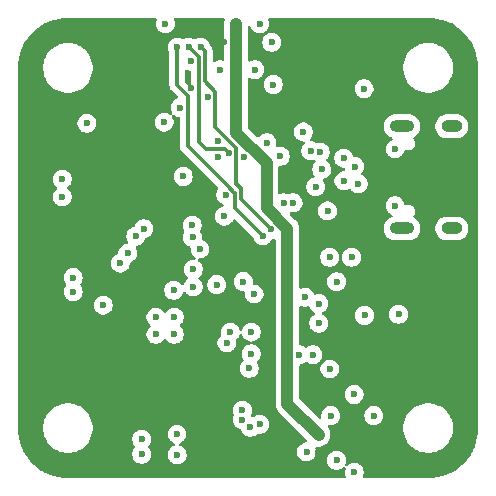
<source format=gbr>
%TF.GenerationSoftware,KiCad,Pcbnew,9.0.4*%
%TF.CreationDate,2026-01-28T15:28:03+01:00*%
%TF.ProjectId,ShiroFPV_Flight_Controller,53686972-6f46-4505-965f-466c69676874,2026-01-27*%
%TF.SameCoordinates,PX7bfa480PYb532b80*%
%TF.FileFunction,Copper,L2,Inr*%
%TF.FilePolarity,Positive*%
%FSLAX46Y46*%
G04 Gerber Fmt 4.6, Leading zero omitted, Abs format (unit mm)*
G04 Created by KiCad (PCBNEW 9.0.4) date 2026-01-28 15:28:03*
%MOMM*%
%LPD*%
G01*
G04 APERTURE LIST*
%TA.AperFunction,HeatsinkPad*%
%ADD10O,2.100000X1.000000*%
%TD*%
%TA.AperFunction,HeatsinkPad*%
%ADD11O,1.800000X1.000000*%
%TD*%
%TA.AperFunction,ViaPad*%
%ADD12C,0.600000*%
%TD*%
%TA.AperFunction,Conductor*%
%ADD13C,0.300000*%
%TD*%
%TA.AperFunction,Conductor*%
%ADD14C,1.000000*%
%TD*%
G04 APERTURE END LIST*
D10*
%TO.N,GND*%
%TO.C,P1*%
X-55068148Y135027500D03*
D11*
X-50868148Y135027500D03*
D10*
X-55068148Y143667500D03*
D11*
X-50868148Y143667500D03*
%TD*%
D12*
%TO.N,BOOT0*%
X-72752148Y131567500D03*
%TO.N,BEEPER*%
X-59998148Y139047500D03*
X-61382768Y136502880D03*
X-68503149Y130521738D03*
%TO.N,+5V*%
X-72910648Y146890000D03*
X-74113146Y114362500D03*
X-62158148Y116012500D03*
X-81267745Y139182500D03*
X-86108146Y132412500D03*
X-64128148Y150372500D03*
X-61103148Y152362500D03*
X-58608148Y143447500D03*
X-58060017Y141251448D03*
X-70113148Y150777500D03*
%TO.N,GYRO_INIT*%
X-68453441Y141038579D03*
X-63433148Y143192500D03*
%TO.N,GND*%
X-75913148Y127512500D03*
X-60615648Y115397500D03*
X-63774648Y124321500D03*
X-65968148Y147207500D03*
X-67838148Y126247500D03*
X-74108148Y115857500D03*
X-63158148Y116102500D03*
X-61878148Y140027500D03*
X-73863148Y145247500D03*
X-83845648Y139197500D03*
X-83845648Y137685599D03*
X-59123148Y114367500D03*
X-61183148Y123122500D03*
X-72753148Y130087500D03*
X-67113148Y152367500D03*
X-75913148Y126052500D03*
X-62613148Y124322500D03*
X-72178148Y133277500D03*
X-74128148Y117617500D03*
X-59130648Y120967500D03*
X-58250648Y127652500D03*
X-70478148Y148457500D03*
%TO.N,+3.3V*%
X-80378150Y128532907D03*
X-55373148Y127747500D03*
X-70658148Y142407500D03*
X-74398148Y129787500D03*
X-67838148Y124407500D03*
X-60618148Y130512500D03*
X-74363148Y127512500D03*
X-62143148Y128662500D03*
X-74363148Y126052500D03*
X-62383148Y138552500D03*
X-73603148Y139422500D03*
X-82913148Y129677500D03*
X-72925648Y149187500D03*
X-70773148Y130267500D03*
X-82913148Y130862500D03*
%TO.N,GYRO_SCK*%
X-65373148Y141120735D03*
X-66525807Y142274785D03*
%TO.N,VIN*%
X-67528148Y148457500D03*
X-75223148Y144022500D03*
%TO.N,USBD-*%
X-59098148Y140257500D03*
X-70008148Y137852500D03*
%TO.N,ADC_RSSI*%
X-69901403Y125327501D03*
X-67939148Y118190870D03*
%TO.N,ADC_VBAT*%
X-67602500Y129472500D03*
%TO.N,FLASH_MISO*%
X-61188148Y132587500D03*
X-59348528Y132587880D03*
%TO.N,USBD+*%
X-58777791Y138802429D03*
X-70121518Y136064130D03*
%TO.N,V_OUT*%
X-81753148Y143917500D03*
X-75108148Y152367500D03*
%TO.N,VBUS*%
X-55668148Y136947500D03*
X-55668148Y141747500D03*
%TO.N,Net-(U6-FB)*%
X-61112148Y119176500D03*
X-57478148Y119177500D03*
%TO.N,9V_Enable*%
X-62135648Y127002500D03*
%TO.N,SBUS*%
X-67108148Y118447500D03*
%TO.N,ADC_CURRENT*%
X-77108148Y117187500D03*
%TO.N,UART2RX*%
X-77118148Y115907500D03*
X-68013148Y123172500D03*
X-63278148Y129202500D03*
%TO.N,UART3TX*%
X-62798386Y141601501D03*
X-65099407Y137185922D03*
%TO.N,UART3RX*%
X-64299462Y137195538D03*
X-62006548Y141487500D03*
%TO.N,UART6TX*%
X-72113148Y150367500D03*
X-66163148Y134942500D03*
%TO.N,UART6RX*%
X-74113148Y150367500D03*
X-66859899Y134389251D03*
%TO.N,UART1TX*%
X-73113148Y150368500D03*
X-69763148Y141415380D03*
%TO.N,UART1RX*%
X-70688148Y141087500D03*
X-71522020Y146150000D03*
%TO.N,UART5TX*%
X-72833148Y135272500D03*
X-68589148Y118840869D03*
%TO.N,UART5RX*%
X-68589148Y119640872D03*
X-72813148Y134267500D03*
%TO.N,M1*%
X-76948148Y134997500D03*
%TO.N,M2*%
X-77623148Y134347500D03*
%TO.N,M3*%
X-78288148Y132937500D03*
%TO.N,M4*%
X-78923394Y132087500D03*
%TO.N,BEEPER_B-*%
X-66118148Y150777500D03*
X-58288148Y146852500D03*
X-60003148Y140977500D03*
%TO.N,+10V*%
X-62135648Y117547500D03*
X-69113148Y152367500D03*
%TO.N,Net-(U1-NRST)*%
X-69623148Y126247500D03*
%TD*%
D13*
%TO.N,UART6TX*%
X-70871020Y143570372D02*
X-70871020Y146610372D01*
X-71758648Y150013000D02*
X-72113148Y150367500D01*
X-66163148Y134942500D02*
X-68718148Y137497500D01*
X-68718148Y137497500D02*
X-68718148Y138412500D01*
X-70871020Y146610372D02*
X-71758648Y147498000D01*
X-69113148Y138807500D02*
X-69113148Y141812500D01*
X-68718148Y138412500D02*
X-69113148Y138807500D01*
X-71758648Y147498000D02*
X-71758648Y150013000D01*
X-69113148Y141812500D02*
X-70871020Y143570372D01*
%TO.N,UART6RX*%
X-69248148Y138007500D02*
X-69357148Y138116500D01*
X-69744148Y138503500D02*
X-73212148Y141971500D01*
X-66859899Y134389251D02*
X-69248148Y136777500D01*
X-73212148Y141971500D02*
X-73212148Y146270846D01*
X-73212148Y146270846D02*
X-74113148Y147171846D01*
X-74113148Y147171846D02*
X-74113148Y150367500D01*
X-69738494Y138503500D02*
X-69744148Y138503500D01*
X-69357148Y138116500D02*
X-69357148Y138122154D01*
X-69357148Y138122154D02*
X-69738494Y138503500D01*
X-69248148Y136777500D02*
X-69248148Y138007500D01*
%TO.N,UART1TX*%
X-72259648Y149515000D02*
X-73113148Y150368500D01*
X-71712148Y141756500D02*
X-72259648Y142304000D01*
X-70104268Y141756500D02*
X-71712148Y141756500D01*
X-72259648Y142304000D02*
X-72259648Y149515000D01*
X-69763148Y141415380D02*
X-70104268Y141756500D01*
D14*
%TO.N,+10V*%
X-66543148Y140542500D02*
X-66543148Y136767500D01*
X-66543148Y136767500D02*
X-64775648Y135000000D01*
X-69113148Y152367500D02*
X-69113148Y143112500D01*
X-64775648Y135000000D02*
X-64775648Y120187500D01*
X-69113148Y143112500D02*
X-66543148Y140542500D01*
X-64775648Y120187500D02*
X-62135648Y117547500D01*
%TD*%
%TA.AperFunction,Conductor*%
%TO.N,+5V*%
G36*
X-75886243Y152847315D02*
G01*
X-75840488Y152794511D01*
X-75830544Y152725353D01*
X-75838721Y152695550D01*
X-75838720Y152695549D01*
X-75838721Y152695547D01*
X-75877885Y152600998D01*
X-75877887Y152600990D01*
X-75908648Y152446347D01*
X-75908648Y152288654D01*
X-75877887Y152134011D01*
X-75877884Y152133999D01*
X-75817546Y151988328D01*
X-75817539Y151988315D01*
X-75729938Y151857212D01*
X-75729935Y151857208D01*
X-75618441Y151745714D01*
X-75618437Y151745711D01*
X-75487334Y151658110D01*
X-75487321Y151658103D01*
X-75341650Y151597765D01*
X-75341645Y151597763D01*
X-75242290Y151578000D01*
X-75186995Y151567001D01*
X-75186992Y151567000D01*
X-75186990Y151567000D01*
X-75029304Y151567000D01*
X-75029303Y151567001D01*
X-74874651Y151597763D01*
X-74728969Y151658106D01*
X-74597859Y151745711D01*
X-74486359Y151857211D01*
X-74398754Y151988321D01*
X-74338411Y152134003D01*
X-74307648Y152288658D01*
X-74307648Y152446342D01*
X-74307648Y152446345D01*
X-74307649Y152446347D01*
X-74311567Y152466044D01*
X-74338411Y152600997D01*
X-74377576Y152695549D01*
X-74385044Y152765017D01*
X-74353769Y152827496D01*
X-74293680Y152863148D01*
X-74263014Y152867000D01*
X-70174761Y152867000D01*
X-70107722Y152847315D01*
X-70061967Y152794511D01*
X-70052023Y152725353D01*
X-70060199Y152695549D01*
X-70075199Y152659335D01*
X-70075201Y152659330D01*
X-70113648Y152466044D01*
X-70113648Y149352274D01*
X-70133333Y149285235D01*
X-70186137Y149239480D01*
X-70255295Y149229536D01*
X-70261839Y149230657D01*
X-70399302Y149258000D01*
X-70399306Y149258000D01*
X-70556990Y149258000D01*
X-70556993Y149258000D01*
X-70711638Y149227239D01*
X-70711650Y149227236D01*
X-70857321Y149166898D01*
X-70857334Y149166891D01*
X-70915257Y149128187D01*
X-70981935Y149107309D01*
X-71049315Y149125794D01*
X-71096005Y149177772D01*
X-71108148Y149231289D01*
X-71108148Y150077072D01*
X-71133146Y150202739D01*
X-71133147Y150202740D01*
X-71133147Y150202744D01*
X-71182183Y150321127D01*
X-71253371Y150427669D01*
X-71253373Y150427671D01*
X-71253375Y150427674D01*
X-71296133Y150470431D01*
X-71329619Y150531754D01*
X-71330042Y150533785D01*
X-71343411Y150600997D01*
X-71376989Y150682062D01*
X-71403751Y150746673D01*
X-71403758Y150746686D01*
X-71491359Y150877789D01*
X-71491362Y150877793D01*
X-71602856Y150989287D01*
X-71602860Y150989290D01*
X-71733963Y151076891D01*
X-71733976Y151076898D01*
X-71879647Y151137236D01*
X-71879659Y151137239D01*
X-72034303Y151168000D01*
X-72034306Y151168000D01*
X-72191990Y151168000D01*
X-72191993Y151168000D01*
X-72346638Y151137239D01*
X-72346650Y151137236D01*
X-72492324Y151076896D01*
X-72543510Y151042695D01*
X-72610188Y151021818D01*
X-72677568Y151040303D01*
X-72681291Y151042696D01*
X-72733963Y151077891D01*
X-72733976Y151077898D01*
X-72879647Y151138236D01*
X-72879659Y151138239D01*
X-73034303Y151169000D01*
X-73034306Y151169000D01*
X-73191990Y151169000D01*
X-73191993Y151169000D01*
X-73346638Y151138239D01*
X-73346650Y151138236D01*
X-73492320Y151077898D01*
X-73492331Y151077892D01*
X-73545007Y151042695D01*
X-73611685Y151021818D01*
X-73679065Y151040303D01*
X-73682787Y151042695D01*
X-73733969Y151076894D01*
X-73733976Y151076898D01*
X-73879647Y151137236D01*
X-73879659Y151137239D01*
X-74034303Y151168000D01*
X-74034306Y151168000D01*
X-74191990Y151168000D01*
X-74191993Y151168000D01*
X-74346638Y151137239D01*
X-74346650Y151137236D01*
X-74492321Y151076898D01*
X-74492334Y151076891D01*
X-74623437Y150989290D01*
X-74623441Y150989287D01*
X-74734935Y150877793D01*
X-74734938Y150877789D01*
X-74822539Y150746686D01*
X-74822546Y150746673D01*
X-74882884Y150601002D01*
X-74882887Y150600990D01*
X-74913648Y150446347D01*
X-74913648Y150288654D01*
X-74882887Y150134011D01*
X-74882884Y150133999D01*
X-74822546Y149988328D01*
X-74822542Y149988321D01*
X-74784546Y149931456D01*
X-74763668Y149864779D01*
X-74763648Y149862565D01*
X-74763648Y147107776D01*
X-74759314Y147085990D01*
X-74747190Y147025041D01*
X-74740118Y146989488D01*
X-74738649Y146982102D01*
X-74717624Y146931342D01*
X-74689613Y146863719D01*
X-74629434Y146773654D01*
X-74618422Y146757173D01*
X-74618421Y146757172D01*
X-74073607Y146212359D01*
X-74040122Y146151036D01*
X-74045106Y146081345D01*
X-74086977Y146025411D01*
X-74113835Y146010117D01*
X-74242325Y145956896D01*
X-74242334Y145956891D01*
X-74373437Y145869290D01*
X-74373441Y145869287D01*
X-74484935Y145757793D01*
X-74484938Y145757789D01*
X-74572539Y145626686D01*
X-74572546Y145626673D01*
X-74632884Y145481002D01*
X-74632887Y145480990D01*
X-74663648Y145326347D01*
X-74663648Y145168654D01*
X-74632887Y145014011D01*
X-74632884Y145013999D01*
X-74572546Y144868328D01*
X-74572539Y144868315D01*
X-74535157Y144812370D01*
X-74514279Y144745693D01*
X-74532763Y144678313D01*
X-74584742Y144631622D01*
X-74653712Y144620446D01*
X-74706351Y144643065D01*
X-74707794Y144640905D01*
X-74843963Y144731891D01*
X-74843976Y144731898D01*
X-74989647Y144792236D01*
X-74989659Y144792239D01*
X-75144303Y144823000D01*
X-75144306Y144823000D01*
X-75301990Y144823000D01*
X-75301993Y144823000D01*
X-75456638Y144792239D01*
X-75456650Y144792236D01*
X-75602321Y144731898D01*
X-75602334Y144731891D01*
X-75733437Y144644290D01*
X-75733441Y144644287D01*
X-75844935Y144532793D01*
X-75844938Y144532789D01*
X-75932539Y144401686D01*
X-75932546Y144401673D01*
X-75992884Y144256002D01*
X-75992887Y144255990D01*
X-76023648Y144101347D01*
X-76023648Y143943654D01*
X-75992887Y143789011D01*
X-75992884Y143788999D01*
X-75932546Y143643328D01*
X-75932539Y143643315D01*
X-75844938Y143512212D01*
X-75844935Y143512208D01*
X-75733441Y143400714D01*
X-75733437Y143400711D01*
X-75602334Y143313110D01*
X-75602321Y143313103D01*
X-75479537Y143262245D01*
X-75456645Y143252763D01*
X-75301995Y143222001D01*
X-75301992Y143222000D01*
X-75301990Y143222000D01*
X-75144304Y143222000D01*
X-75144303Y143222001D01*
X-74989651Y143252763D01*
X-74843969Y143313106D01*
X-74712859Y143400711D01*
X-74601359Y143512211D01*
X-74513754Y143643321D01*
X-74453411Y143789003D01*
X-74422648Y143943658D01*
X-74422648Y144101342D01*
X-74422648Y144101345D01*
X-74422649Y144101347D01*
X-74453410Y144255990D01*
X-74453411Y144255997D01*
X-74473827Y144305286D01*
X-74513751Y144401673D01*
X-74513755Y144401680D01*
X-74525118Y144418686D01*
X-74551141Y144457632D01*
X-74572018Y144524308D01*
X-74553534Y144591688D01*
X-74501555Y144638379D01*
X-74432586Y144649555D01*
X-74379948Y144626932D01*
X-74378502Y144629095D01*
X-74242334Y144538110D01*
X-74242321Y144538103D01*
X-74096650Y144477765D01*
X-74096645Y144477763D01*
X-74002503Y144459037D01*
X-73962457Y144451071D01*
X-73900546Y144418686D01*
X-73865972Y144357971D01*
X-73862648Y144329454D01*
X-73862648Y141907431D01*
X-73862648Y141907429D01*
X-73862649Y141907429D01*
X-73838436Y141785711D01*
X-73837650Y141781757D01*
X-73788616Y141663377D01*
X-73753019Y141610102D01*
X-73723145Y141565391D01*
X-73717422Y141556827D01*
X-73717421Y141556826D01*
X-70659216Y138498622D01*
X-70625731Y138437299D01*
X-70630715Y138367607D01*
X-70643795Y138342050D01*
X-70717539Y138231686D01*
X-70717546Y138231673D01*
X-70777884Y138086002D01*
X-70777887Y138085990D01*
X-70808648Y137931347D01*
X-70808648Y137773654D01*
X-70777887Y137619011D01*
X-70777884Y137618999D01*
X-70717546Y137473328D01*
X-70717539Y137473315D01*
X-70629938Y137342212D01*
X-70629935Y137342208D01*
X-70518441Y137230714D01*
X-70518437Y137230711D01*
X-70387334Y137143110D01*
X-70387321Y137143103D01*
X-70250138Y137086281D01*
X-70195734Y137042441D01*
X-70173669Y136976147D01*
X-70190948Y136908447D01*
X-70242085Y136860836D01*
X-70273397Y136850103D01*
X-70355011Y136833869D01*
X-70355020Y136833866D01*
X-70500691Y136773528D01*
X-70500704Y136773521D01*
X-70631807Y136685920D01*
X-70631811Y136685917D01*
X-70743305Y136574423D01*
X-70743308Y136574419D01*
X-70830909Y136443316D01*
X-70830916Y136443303D01*
X-70891254Y136297632D01*
X-70891257Y136297620D01*
X-70922018Y136142977D01*
X-70922018Y135985284D01*
X-70891257Y135830641D01*
X-70891254Y135830629D01*
X-70830916Y135684958D01*
X-70830909Y135684945D01*
X-70743308Y135553842D01*
X-70743305Y135553838D01*
X-70631811Y135442344D01*
X-70631807Y135442341D01*
X-70500704Y135354740D01*
X-70500691Y135354733D01*
X-70415243Y135319340D01*
X-70355015Y135294393D01*
X-70200365Y135263631D01*
X-70200362Y135263630D01*
X-70200360Y135263630D01*
X-70042674Y135263630D01*
X-70042673Y135263631D01*
X-69888021Y135294393D01*
X-69750533Y135351342D01*
X-69742346Y135354733D01*
X-69742346Y135354734D01*
X-69742339Y135354736D01*
X-69611229Y135442341D01*
X-69499729Y135553841D01*
X-69412124Y135684951D01*
X-69384560Y135751499D01*
X-69340722Y135805899D01*
X-69274428Y135827965D01*
X-69206728Y135810687D01*
X-69182319Y135791725D01*
X-67676916Y134286322D01*
X-67643431Y134224999D01*
X-67642980Y134222833D01*
X-67629638Y134155760D01*
X-67629636Y134155752D01*
X-67569297Y134010079D01*
X-67569290Y134010066D01*
X-67481689Y133878963D01*
X-67481686Y133878959D01*
X-67370192Y133767465D01*
X-67370188Y133767462D01*
X-67239085Y133679861D01*
X-67239072Y133679854D01*
X-67093401Y133619516D01*
X-67093396Y133619514D01*
X-66938746Y133588752D01*
X-66938743Y133588751D01*
X-66938741Y133588751D01*
X-66781055Y133588751D01*
X-66781054Y133588752D01*
X-66626402Y133619514D01*
X-66480720Y133679857D01*
X-66349610Y133767462D01*
X-66238110Y133878962D01*
X-66150505Y134010072D01*
X-66122260Y134078264D01*
X-66117280Y134084444D01*
X-66115454Y134092168D01*
X-66095676Y134111254D01*
X-66078422Y134132664D01*
X-66069607Y134136409D01*
X-66065175Y134140684D01*
X-66031893Y134152426D01*
X-65929651Y134172763D01*
X-65929649Y134172765D01*
X-65924340Y134173820D01*
X-65854748Y134167593D01*
X-65799571Y134124730D01*
X-65776326Y134058841D01*
X-65776148Y134052203D01*
X-65776148Y120088956D01*
X-65747958Y119947237D01*
X-65737701Y119895671D01*
X-65737699Y119895663D01*
X-65662284Y119713593D01*
X-65662277Y119713580D01*
X-65552788Y119549719D01*
X-65552785Y119549715D01*
X-65409111Y119406041D01*
X-65409089Y119406021D01*
X-63117749Y117114681D01*
X-63084264Y117053358D01*
X-63089248Y116983666D01*
X-63131120Y116927733D01*
X-63196584Y116903316D01*
X-63205430Y116903000D01*
X-63236993Y116903000D01*
X-63391638Y116872239D01*
X-63391650Y116872236D01*
X-63537321Y116811898D01*
X-63537334Y116811891D01*
X-63668437Y116724290D01*
X-63668441Y116724287D01*
X-63779935Y116612793D01*
X-63779938Y116612789D01*
X-63867539Y116481686D01*
X-63867546Y116481673D01*
X-63927884Y116336002D01*
X-63927887Y116335990D01*
X-63958648Y116181347D01*
X-63958648Y116023654D01*
X-63927887Y115869011D01*
X-63927884Y115868999D01*
X-63867546Y115723328D01*
X-63867539Y115723315D01*
X-63779938Y115592212D01*
X-63779935Y115592208D01*
X-63668441Y115480714D01*
X-63668437Y115480711D01*
X-63537334Y115393110D01*
X-63537321Y115393103D01*
X-63426526Y115347211D01*
X-63391645Y115332763D01*
X-63236995Y115302001D01*
X-63236992Y115302000D01*
X-63236990Y115302000D01*
X-63079304Y115302000D01*
X-63079303Y115302001D01*
X-62924651Y115332763D01*
X-62778969Y115393106D01*
X-62647859Y115480711D01*
X-62536359Y115592211D01*
X-62448754Y115723321D01*
X-62388411Y115869003D01*
X-62357648Y116023658D01*
X-62357648Y116181342D01*
X-62357648Y116181345D01*
X-62357649Y116181347D01*
X-62367047Y116228593D01*
X-62388411Y116335997D01*
X-62401358Y116367255D01*
X-62408729Y116385050D01*
X-62416198Y116454519D01*
X-62384923Y116516998D01*
X-62324834Y116552650D01*
X-62269978Y116554119D01*
X-62234188Y116547000D01*
X-62037106Y116547000D01*
X-62037105Y116547001D01*
X-61843812Y116585449D01*
X-61661734Y116660869D01*
X-61497867Y116770361D01*
X-61358509Y116909719D01*
X-61249017Y117073586D01*
X-61173597Y117255664D01*
X-61135148Y117448960D01*
X-61135148Y117646040D01*
X-61135148Y117646043D01*
X-61135149Y117646045D01*
X-61149805Y117719725D01*
X-61173597Y117839336D01*
X-61249017Y118021414D01*
X-61249019Y118021417D01*
X-61249021Y118021421D01*
X-61361893Y118190346D01*
X-61360890Y118191017D01*
X-61385705Y118249452D01*
X-61384726Y118255168D01*
X-54963648Y118255168D01*
X-54963648Y117979833D01*
X-54963647Y117979816D01*
X-54927710Y117706845D01*
X-54927709Y117706840D01*
X-54927708Y117706834D01*
X-54911419Y117646043D01*
X-54856444Y117440870D01*
X-54751073Y117186483D01*
X-54751068Y117186472D01*
X-54668287Y117043093D01*
X-54613397Y116948021D01*
X-54613395Y116948018D01*
X-54613394Y116948017D01*
X-54445778Y116729574D01*
X-54445772Y116729567D01*
X-54251082Y116534877D01*
X-54251075Y116534871D01*
X-54178636Y116479287D01*
X-54032627Y116367251D01*
X-53893072Y116286679D01*
X-53794177Y116229581D01*
X-53794172Y116229579D01*
X-53794169Y116229577D01*
X-53539780Y116124205D01*
X-53273814Y116052940D01*
X-53000822Y116017000D01*
X-53000815Y116017000D01*
X-52725481Y116017000D01*
X-52725474Y116017000D01*
X-52452482Y116052940D01*
X-52186516Y116124205D01*
X-51932127Y116229577D01*
X-51693669Y116367251D01*
X-51475220Y116534872D01*
X-51280520Y116729572D01*
X-51112899Y116948021D01*
X-50975225Y117186479D01*
X-50869853Y117440868D01*
X-50798588Y117706834D01*
X-50762648Y117979826D01*
X-50762648Y118255174D01*
X-50798588Y118528166D01*
X-50869853Y118794132D01*
X-50975225Y119048521D01*
X-50975227Y119048524D01*
X-50975229Y119048529D01*
X-51037797Y119156898D01*
X-51112899Y119286979D01*
X-51207573Y119410361D01*
X-51280519Y119505427D01*
X-51280525Y119505434D01*
X-51475215Y119700124D01*
X-51475222Y119700130D01*
X-51693665Y119867746D01*
X-51693666Y119867747D01*
X-51693669Y119867749D01*
X-51829612Y119946236D01*
X-51932120Y120005420D01*
X-51932131Y120005425D01*
X-52186518Y120110796D01*
X-52337180Y120151165D01*
X-52452482Y120182060D01*
X-52452488Y120182061D01*
X-52452493Y120182062D01*
X-52725464Y120217999D01*
X-52725469Y120218000D01*
X-52725474Y120218000D01*
X-53000822Y120218000D01*
X-53000828Y120218000D01*
X-53000833Y120217999D01*
X-53273804Y120182062D01*
X-53273811Y120182061D01*
X-53273814Y120182060D01*
X-53330015Y120167001D01*
X-53539779Y120110796D01*
X-53794166Y120005425D01*
X-53794177Y120005420D01*
X-54032632Y119867746D01*
X-54251075Y119700130D01*
X-54251082Y119700124D01*
X-54445772Y119505434D01*
X-54445778Y119505427D01*
X-54613394Y119286984D01*
X-54751068Y119048529D01*
X-54751073Y119048518D01*
X-54856444Y118794131D01*
X-54886759Y118680990D01*
X-54920594Y118554714D01*
X-54927707Y118528169D01*
X-54927710Y118528156D01*
X-54963647Y118255185D01*
X-54963648Y118255168D01*
X-61384726Y118255168D01*
X-61373911Y118318319D01*
X-61326758Y118369878D01*
X-61259215Y118387758D01*
X-61238351Y118385421D01*
X-61215377Y118380851D01*
X-61190991Y118376000D01*
X-61190990Y118376000D01*
X-61033304Y118376000D01*
X-61033303Y118376001D01*
X-60878651Y118406763D01*
X-60746044Y118461690D01*
X-60732976Y118467103D01*
X-60732976Y118467104D01*
X-60732969Y118467106D01*
X-60601859Y118554711D01*
X-60490359Y118666211D01*
X-60402754Y118797321D01*
X-60342411Y118943003D01*
X-60311648Y119097658D01*
X-60311648Y119255342D01*
X-60311848Y119256345D01*
X-60311848Y119256347D01*
X-58278648Y119256347D01*
X-58278648Y119098654D01*
X-58247887Y118944011D01*
X-58247884Y118943999D01*
X-58187546Y118798328D01*
X-58187539Y118798315D01*
X-58099938Y118667212D01*
X-58099935Y118667208D01*
X-57988441Y118555714D01*
X-57988437Y118555711D01*
X-57857334Y118468110D01*
X-57857321Y118468103D01*
X-57711650Y118407765D01*
X-57711645Y118407763D01*
X-57576350Y118380851D01*
X-57556995Y118377001D01*
X-57556992Y118377000D01*
X-57556990Y118377000D01*
X-57399304Y118377000D01*
X-57379949Y118380850D01*
X-57379949Y118380851D01*
X-57244651Y118407763D01*
X-57101383Y118467106D01*
X-57098976Y118468103D01*
X-57098976Y118468104D01*
X-57098969Y118468106D01*
X-56967859Y118555711D01*
X-56856359Y118667211D01*
X-56769422Y118797321D01*
X-56768758Y118798315D01*
X-56768758Y118798316D01*
X-56768754Y118798321D01*
X-56708411Y118944003D01*
X-56677648Y119098658D01*
X-56677648Y119256342D01*
X-56677648Y119256345D01*
X-56677649Y119256347D01*
X-56683743Y119286984D01*
X-56708411Y119410997D01*
X-56747525Y119505428D01*
X-56768751Y119556673D01*
X-56768758Y119556686D01*
X-56856359Y119687789D01*
X-56856362Y119687793D01*
X-56967856Y119799287D01*
X-56967860Y119799290D01*
X-57098963Y119886891D01*
X-57098976Y119886898D01*
X-57244647Y119947236D01*
X-57244659Y119947239D01*
X-57399303Y119978000D01*
X-57399306Y119978000D01*
X-57556990Y119978000D01*
X-57556993Y119978000D01*
X-57711638Y119947239D01*
X-57711650Y119947236D01*
X-57857321Y119886898D01*
X-57857334Y119886891D01*
X-57988437Y119799290D01*
X-57988441Y119799287D01*
X-58099935Y119687793D01*
X-58099938Y119687789D01*
X-58187539Y119556686D01*
X-58187546Y119556673D01*
X-58247884Y119411002D01*
X-58247887Y119410990D01*
X-58278648Y119256347D01*
X-60311848Y119256347D01*
X-60341889Y119407371D01*
X-60342411Y119409997D01*
X-60381939Y119505427D01*
X-60402751Y119555673D01*
X-60402758Y119555686D01*
X-60490359Y119686789D01*
X-60490362Y119686793D01*
X-60601856Y119798287D01*
X-60601860Y119798290D01*
X-60732963Y119885891D01*
X-60732976Y119885898D01*
X-60878647Y119946236D01*
X-60878659Y119946239D01*
X-61033303Y119977000D01*
X-61033306Y119977000D01*
X-61190990Y119977000D01*
X-61190993Y119977000D01*
X-61345638Y119946239D01*
X-61345650Y119946236D01*
X-61491321Y119885898D01*
X-61491334Y119885891D01*
X-61622437Y119798290D01*
X-61622441Y119798287D01*
X-61733935Y119686793D01*
X-61733938Y119686789D01*
X-61821539Y119555686D01*
X-61821546Y119555673D01*
X-61881884Y119410002D01*
X-61881887Y119409990D01*
X-61912648Y119255347D01*
X-61912648Y119097654D01*
X-61903445Y119051388D01*
X-61909672Y118981797D01*
X-61952535Y118926619D01*
X-62018425Y118903375D01*
X-62086422Y118919443D01*
X-62112743Y118939516D01*
X-63738829Y120565602D01*
X-63772314Y120626925D01*
X-63775148Y120653283D01*
X-63775148Y121046347D01*
X-59931148Y121046347D01*
X-59931148Y120888654D01*
X-59900387Y120734011D01*
X-59900384Y120733999D01*
X-59840046Y120588328D01*
X-59840039Y120588315D01*
X-59752438Y120457212D01*
X-59752435Y120457208D01*
X-59640941Y120345714D01*
X-59640937Y120345711D01*
X-59509834Y120258110D01*
X-59509821Y120258103D01*
X-59364150Y120197765D01*
X-59364145Y120197763D01*
X-59209495Y120167001D01*
X-59209492Y120167000D01*
X-59209490Y120167000D01*
X-59051804Y120167000D01*
X-59051803Y120167001D01*
X-58897151Y120197763D01*
X-58751469Y120258106D01*
X-58620359Y120345711D01*
X-58508859Y120457211D01*
X-58421254Y120588321D01*
X-58360911Y120734003D01*
X-58330148Y120888658D01*
X-58330148Y121046342D01*
X-58330148Y121046345D01*
X-58330149Y121046347D01*
X-58360910Y121200990D01*
X-58360911Y121200997D01*
X-58360913Y121201002D01*
X-58421251Y121346673D01*
X-58421258Y121346686D01*
X-58508859Y121477789D01*
X-58508862Y121477793D01*
X-58620356Y121589287D01*
X-58620360Y121589290D01*
X-58751463Y121676891D01*
X-58751476Y121676898D01*
X-58897147Y121737236D01*
X-58897159Y121737239D01*
X-59051803Y121768000D01*
X-59051806Y121768000D01*
X-59209490Y121768000D01*
X-59209493Y121768000D01*
X-59364138Y121737239D01*
X-59364150Y121737236D01*
X-59509821Y121676898D01*
X-59509834Y121676891D01*
X-59640937Y121589290D01*
X-59640941Y121589287D01*
X-59752435Y121477793D01*
X-59752438Y121477789D01*
X-59840039Y121346686D01*
X-59840046Y121346673D01*
X-59900384Y121201002D01*
X-59900387Y121200990D01*
X-59931148Y121046347D01*
X-63775148Y121046347D01*
X-63775148Y123201347D01*
X-61983648Y123201347D01*
X-61983648Y123043654D01*
X-61952887Y122889011D01*
X-61952884Y122888999D01*
X-61892546Y122743328D01*
X-61892539Y122743315D01*
X-61804938Y122612212D01*
X-61804935Y122612208D01*
X-61693441Y122500714D01*
X-61693437Y122500711D01*
X-61562334Y122413110D01*
X-61562321Y122413103D01*
X-61463088Y122372000D01*
X-61416645Y122352763D01*
X-61261995Y122322001D01*
X-61261992Y122322000D01*
X-61261990Y122322000D01*
X-61104304Y122322000D01*
X-61104303Y122322001D01*
X-60949651Y122352763D01*
X-60803969Y122413106D01*
X-60672859Y122500711D01*
X-60561359Y122612211D01*
X-60473754Y122743321D01*
X-60413411Y122889003D01*
X-60382648Y123043658D01*
X-60382648Y123201342D01*
X-60382648Y123201345D01*
X-60382649Y123201347D01*
X-60413410Y123355990D01*
X-60413411Y123355997D01*
X-60433068Y123403454D01*
X-60473751Y123501673D01*
X-60473758Y123501686D01*
X-60561359Y123632789D01*
X-60561362Y123632793D01*
X-60672856Y123744287D01*
X-60672860Y123744290D01*
X-60803963Y123831891D01*
X-60803976Y123831898D01*
X-60949647Y123892236D01*
X-60949659Y123892239D01*
X-61104303Y123923000D01*
X-61104306Y123923000D01*
X-61261990Y123923000D01*
X-61261993Y123923000D01*
X-61416638Y123892239D01*
X-61416650Y123892236D01*
X-61562321Y123831898D01*
X-61562334Y123831891D01*
X-61693437Y123744290D01*
X-61693441Y123744287D01*
X-61804935Y123632793D01*
X-61804938Y123632789D01*
X-61892539Y123501686D01*
X-61892546Y123501673D01*
X-61952884Y123356002D01*
X-61952887Y123355990D01*
X-61983648Y123201347D01*
X-63775148Y123201347D01*
X-63775148Y123403454D01*
X-63755463Y123470493D01*
X-63702659Y123516248D01*
X-63675339Y123525071D01*
X-63645800Y123530948D01*
X-63541151Y123551763D01*
X-63395469Y123612106D01*
X-63264359Y123699711D01*
X-63264359Y123699712D01*
X-63262041Y123701260D01*
X-63195364Y123722138D01*
X-63127984Y123703654D01*
X-63124259Y123701260D01*
X-62992334Y123613110D01*
X-62992321Y123613103D01*
X-62846650Y123552765D01*
X-62846645Y123552763D01*
X-62707429Y123525071D01*
X-62691995Y123522001D01*
X-62691992Y123522000D01*
X-62691990Y123522000D01*
X-62534304Y123522000D01*
X-62534303Y123522001D01*
X-62379651Y123552763D01*
X-62236383Y123612106D01*
X-62233976Y123613103D01*
X-62233976Y123613104D01*
X-62233969Y123613106D01*
X-62102859Y123700711D01*
X-61991359Y123812211D01*
X-61903754Y123943321D01*
X-61843411Y124089003D01*
X-61812648Y124243658D01*
X-61812648Y124401342D01*
X-61812648Y124401345D01*
X-61812649Y124401347D01*
X-61829557Y124486347D01*
X-61843411Y124555997D01*
X-61869136Y124618104D01*
X-61903751Y124701673D01*
X-61903758Y124701686D01*
X-61991359Y124832789D01*
X-61991362Y124832793D01*
X-62102856Y124944287D01*
X-62102860Y124944290D01*
X-62233963Y125031891D01*
X-62233976Y125031898D01*
X-62379647Y125092236D01*
X-62379659Y125092239D01*
X-62534303Y125123000D01*
X-62534306Y125123000D01*
X-62691990Y125123000D01*
X-62691993Y125123000D01*
X-62846638Y125092239D01*
X-62846650Y125092236D01*
X-62992321Y125031898D01*
X-62992339Y125031888D01*
X-63125757Y124942741D01*
X-63192434Y124921863D01*
X-63259814Y124940348D01*
X-63263538Y124942741D01*
X-63395463Y125030891D01*
X-63395476Y125030898D01*
X-63541147Y125091236D01*
X-63541157Y125091239D01*
X-63675340Y125117930D01*
X-63737251Y125150315D01*
X-63771825Y125211031D01*
X-63775148Y125239547D01*
X-63775148Y128356331D01*
X-63755463Y128423370D01*
X-63702659Y128469125D01*
X-63633501Y128479069D01*
X-63603702Y128470894D01*
X-63511645Y128432763D01*
X-63384881Y128407548D01*
X-63356995Y128402001D01*
X-63356992Y128402000D01*
X-63356990Y128402000D01*
X-63199304Y128402000D01*
X-63199303Y128402001D01*
X-63044651Y128432763D01*
X-63044639Y128432769D01*
X-63038824Y128434531D01*
X-63038180Y128432408D01*
X-62978615Y128438817D01*
X-62916133Y128407548D01*
X-62886059Y128364238D01*
X-62852544Y128283324D01*
X-62852539Y128283315D01*
X-62764938Y128152212D01*
X-62764935Y128152208D01*
X-62653441Y128040714D01*
X-62653437Y128040711D01*
X-62522334Y127953110D01*
X-62522321Y127953103D01*
X-62503985Y127945508D01*
X-62449581Y127901667D01*
X-62427516Y127835373D01*
X-62444795Y127767674D01*
X-62495932Y127720063D01*
X-62503981Y127716387D01*
X-62514825Y127711896D01*
X-62514834Y127711891D01*
X-62645937Y127624290D01*
X-62645941Y127624287D01*
X-62757435Y127512793D01*
X-62757438Y127512789D01*
X-62845039Y127381686D01*
X-62845046Y127381673D01*
X-62905384Y127236002D01*
X-62905387Y127235990D01*
X-62936148Y127081347D01*
X-62936148Y126923654D01*
X-62905387Y126769011D01*
X-62905384Y126768999D01*
X-62845046Y126623328D01*
X-62845039Y126623315D01*
X-62757438Y126492212D01*
X-62757435Y126492208D01*
X-62645941Y126380714D01*
X-62645937Y126380711D01*
X-62514834Y126293110D01*
X-62514821Y126293103D01*
X-62369150Y126232765D01*
X-62369145Y126232763D01*
X-62214495Y126202001D01*
X-62214492Y126202000D01*
X-62214490Y126202000D01*
X-62056804Y126202000D01*
X-62056803Y126202001D01*
X-61902151Y126232763D01*
X-61756469Y126293106D01*
X-61625359Y126380711D01*
X-61513859Y126492211D01*
X-61426254Y126623321D01*
X-61424865Y126626673D01*
X-61370556Y126757789D01*
X-61365911Y126769003D01*
X-61335148Y126923658D01*
X-61335148Y127081342D01*
X-61335148Y127081345D01*
X-61335149Y127081347D01*
X-61365910Y127235990D01*
X-61365911Y127235997D01*
X-61366414Y127237212D01*
X-61426251Y127381673D01*
X-61426258Y127381686D01*
X-61513859Y127512789D01*
X-61513862Y127512793D01*
X-61625359Y127624290D01*
X-61638642Y127633165D01*
X-61638654Y127633173D01*
X-61756469Y127711894D01*
X-61784119Y127723347D01*
X-61792693Y127728662D01*
X-61795097Y127731347D01*
X-59051148Y127731347D01*
X-59051148Y127573654D01*
X-59020387Y127419011D01*
X-59020384Y127418999D01*
X-58960046Y127273328D01*
X-58960039Y127273315D01*
X-58872438Y127142212D01*
X-58872435Y127142208D01*
X-58760941Y127030714D01*
X-58760937Y127030711D01*
X-58629834Y126943110D01*
X-58629821Y126943103D01*
X-58490997Y126885601D01*
X-58484145Y126882763D01*
X-58329495Y126852001D01*
X-58329492Y126852000D01*
X-58329490Y126852000D01*
X-58171804Y126852000D01*
X-58171803Y126852001D01*
X-58017151Y126882763D01*
X-57871469Y126943106D01*
X-57740359Y127030711D01*
X-57628859Y127142211D01*
X-57541254Y127273321D01*
X-57480911Y127419003D01*
X-57450148Y127573658D01*
X-57450148Y127731342D01*
X-57450148Y127731345D01*
X-57450149Y127731347D01*
X-57465444Y127808243D01*
X-57469045Y127826347D01*
X-56173648Y127826347D01*
X-56173648Y127668654D01*
X-56142887Y127514011D01*
X-56142884Y127513999D01*
X-56082546Y127368328D01*
X-56082539Y127368315D01*
X-55994938Y127237212D01*
X-55994935Y127237208D01*
X-55883441Y127125714D01*
X-55883437Y127125711D01*
X-55752334Y127038110D01*
X-55752321Y127038103D01*
X-55606650Y126977765D01*
X-55606645Y126977763D01*
X-55451995Y126947001D01*
X-55451992Y126947000D01*
X-55451990Y126947000D01*
X-55294304Y126947000D01*
X-55294303Y126947001D01*
X-55139651Y126977763D01*
X-54993969Y127038106D01*
X-54862859Y127125711D01*
X-54751359Y127237211D01*
X-54663754Y127368321D01*
X-54603411Y127514003D01*
X-54572648Y127668658D01*
X-54572648Y127826342D01*
X-54572648Y127826345D01*
X-54572649Y127826347D01*
X-54579741Y127862000D01*
X-54603411Y127980997D01*
X-54603413Y127981002D01*
X-54663751Y128126673D01*
X-54663758Y128126686D01*
X-54751359Y128257789D01*
X-54751362Y128257793D01*
X-54862856Y128369287D01*
X-54862860Y128369290D01*
X-54993963Y128456891D01*
X-54993976Y128456898D01*
X-55139647Y128517236D01*
X-55139659Y128517239D01*
X-55294303Y128548000D01*
X-55294306Y128548000D01*
X-55451990Y128548000D01*
X-55451993Y128548000D01*
X-55606638Y128517239D01*
X-55606650Y128517236D01*
X-55752321Y128456898D01*
X-55752334Y128456891D01*
X-55883437Y128369290D01*
X-55883441Y128369287D01*
X-55994935Y128257793D01*
X-55994938Y128257789D01*
X-56082539Y128126686D01*
X-56082546Y128126673D01*
X-56142884Y127981002D01*
X-56142887Y127980990D01*
X-56173648Y127826347D01*
X-57469045Y127826347D01*
X-57480910Y127885992D01*
X-57480911Y127885993D01*
X-57480911Y127885997D01*
X-57483262Y127891673D01*
X-57541251Y128031673D01*
X-57541258Y128031686D01*
X-57628859Y128162789D01*
X-57628862Y128162793D01*
X-57740356Y128274287D01*
X-57740360Y128274290D01*
X-57871463Y128361891D01*
X-57871476Y128361898D01*
X-58017147Y128422236D01*
X-58017159Y128422239D01*
X-58171803Y128453000D01*
X-58171806Y128453000D01*
X-58329490Y128453000D01*
X-58329493Y128453000D01*
X-58484138Y128422239D01*
X-58484150Y128422236D01*
X-58629821Y128361898D01*
X-58629834Y128361891D01*
X-58760937Y128274290D01*
X-58760941Y128274287D01*
X-58872435Y128162793D01*
X-58872438Y128162789D01*
X-58960039Y128031686D01*
X-58960046Y128031673D01*
X-59020384Y127886002D01*
X-59020387Y127885990D01*
X-59051148Y127731347D01*
X-61795097Y127731347D01*
X-61809546Y127747483D01*
X-61829217Y127763336D01*
X-61832457Y127773071D01*
X-61839301Y127780714D01*
X-61843304Y127805660D01*
X-61851281Y127829630D01*
X-61848744Y127839571D01*
X-61850369Y127849702D01*
X-61840249Y127872852D01*
X-61834001Y127897329D01*
X-61826492Y127904321D01*
X-61822382Y127913721D01*
X-61801355Y127927724D01*
X-61782863Y127944939D01*
X-61774813Y127948615D01*
X-61763969Y127953106D01*
X-61632859Y128040711D01*
X-61521359Y128152211D01*
X-61433754Y128283321D01*
X-61373411Y128429003D01*
X-61342648Y128583658D01*
X-61342648Y128741342D01*
X-61342648Y128741345D01*
X-61342649Y128741347D01*
X-61364404Y128850714D01*
X-61373411Y128895997D01*
X-61378284Y128907762D01*
X-61433751Y129041673D01*
X-61433758Y129041686D01*
X-61521359Y129172789D01*
X-61521362Y129172793D01*
X-61632856Y129284287D01*
X-61632860Y129284290D01*
X-61763963Y129371891D01*
X-61763976Y129371898D01*
X-61909647Y129432236D01*
X-61909659Y129432239D01*
X-62064303Y129463000D01*
X-62064306Y129463000D01*
X-62221990Y129463000D01*
X-62221993Y129463000D01*
X-62376637Y129432240D01*
X-62382468Y129430470D01*
X-62383110Y129432586D01*
X-62442721Y129426190D01*
X-62505193Y129457479D01*
X-62535237Y129500762D01*
X-62568754Y129581679D01*
X-62568758Y129581686D01*
X-62656359Y129712789D01*
X-62656362Y129712793D01*
X-62767856Y129824287D01*
X-62767860Y129824290D01*
X-62898963Y129911891D01*
X-62898976Y129911898D01*
X-63044647Y129972236D01*
X-63044659Y129972239D01*
X-63199303Y130003000D01*
X-63199306Y130003000D01*
X-63356990Y130003000D01*
X-63356993Y130003000D01*
X-63511638Y129972239D01*
X-63511650Y129972236D01*
X-63603696Y129934109D01*
X-63673165Y129926640D01*
X-63735644Y129957915D01*
X-63771296Y130018005D01*
X-63775148Y130048670D01*
X-63775148Y130591347D01*
X-61418648Y130591347D01*
X-61418648Y130433654D01*
X-61387887Y130279011D01*
X-61387884Y130278999D01*
X-61327546Y130133328D01*
X-61327539Y130133315D01*
X-61239938Y130002212D01*
X-61239935Y130002208D01*
X-61128441Y129890714D01*
X-61128437Y129890711D01*
X-60997334Y129803110D01*
X-60997321Y129803103D01*
X-60851650Y129742765D01*
X-60851645Y129742763D01*
X-60696995Y129712001D01*
X-60696992Y129712000D01*
X-60696990Y129712000D01*
X-60539304Y129712000D01*
X-60539303Y129712001D01*
X-60384651Y129742763D01*
X-60238969Y129803106D01*
X-60107859Y129890711D01*
X-59996359Y130002211D01*
X-59908754Y130133321D01*
X-59904927Y130142559D01*
X-59888633Y130181898D01*
X-59848411Y130279003D01*
X-59817648Y130433658D01*
X-59817648Y130591342D01*
X-59817648Y130591345D01*
X-59817649Y130591347D01*
X-59819487Y130600585D01*
X-59848411Y130745997D01*
X-59848413Y130746002D01*
X-59908751Y130891673D01*
X-59908758Y130891686D01*
X-59996359Y131022789D01*
X-59996362Y131022793D01*
X-60107856Y131134287D01*
X-60107860Y131134290D01*
X-60238963Y131221891D01*
X-60238976Y131221898D01*
X-60384647Y131282236D01*
X-60384659Y131282239D01*
X-60539303Y131313000D01*
X-60539306Y131313000D01*
X-60696990Y131313000D01*
X-60696993Y131313000D01*
X-60851638Y131282239D01*
X-60851650Y131282236D01*
X-60997321Y131221898D01*
X-60997334Y131221891D01*
X-61128437Y131134290D01*
X-61128441Y131134287D01*
X-61239935Y131022793D01*
X-61239938Y131022789D01*
X-61327539Y130891686D01*
X-61327546Y130891673D01*
X-61387884Y130746002D01*
X-61387887Y130745990D01*
X-61418648Y130591347D01*
X-63775148Y130591347D01*
X-63775148Y132666347D01*
X-61988648Y132666347D01*
X-61988648Y132508654D01*
X-61957887Y132354011D01*
X-61957884Y132353999D01*
X-61897546Y132208328D01*
X-61897539Y132208315D01*
X-61809938Y132077212D01*
X-61809935Y132077208D01*
X-61698441Y131965714D01*
X-61698437Y131965711D01*
X-61567334Y131878110D01*
X-61567321Y131878103D01*
X-61422560Y131818142D01*
X-61421645Y131817763D01*
X-61268905Y131787381D01*
X-61266995Y131787001D01*
X-61266992Y131787000D01*
X-61266990Y131787000D01*
X-61109304Y131787000D01*
X-61109303Y131787001D01*
X-60954651Y131817763D01*
X-60808969Y131878106D01*
X-60677859Y131965711D01*
X-60566359Y132077211D01*
X-60478754Y132208321D01*
X-60418411Y132354003D01*
X-60387648Y132508658D01*
X-60387648Y132666342D01*
X-60387724Y132666722D01*
X-60149028Y132666722D01*
X-60149028Y132509038D01*
X-60144306Y132485295D01*
X-60144305Y132485289D01*
X-60118267Y132354389D01*
X-60118264Y132354379D01*
X-60057926Y132208708D01*
X-60057919Y132208695D01*
X-59970318Y132077592D01*
X-59970315Y132077588D01*
X-59858821Y131966094D01*
X-59858817Y131966091D01*
X-59727714Y131878490D01*
X-59727701Y131878483D01*
X-59582030Y131818145D01*
X-59582025Y131818143D01*
X-59427375Y131787381D01*
X-59427372Y131787380D01*
X-59427370Y131787380D01*
X-59269684Y131787380D01*
X-59269683Y131787381D01*
X-59115031Y131818143D01*
X-59002362Y131864813D01*
X-58969356Y131878483D01*
X-58969356Y131878484D01*
X-58969349Y131878486D01*
X-58838239Y131966091D01*
X-58726739Y132077591D01*
X-58639134Y132208701D01*
X-58578791Y132354383D01*
X-58548028Y132509038D01*
X-58548028Y132666722D01*
X-58548028Y132666725D01*
X-58548029Y132666727D01*
X-58568017Y132767212D01*
X-58578791Y132821377D01*
X-58592952Y132855565D01*
X-58639131Y132967053D01*
X-58639138Y132967066D01*
X-58726739Y133098169D01*
X-58726742Y133098173D01*
X-58838236Y133209667D01*
X-58838240Y133209670D01*
X-58969343Y133297271D01*
X-58969356Y133297278D01*
X-59115027Y133357616D01*
X-59115039Y133357619D01*
X-59269683Y133388380D01*
X-59269686Y133388380D01*
X-59427370Y133388380D01*
X-59427373Y133388380D01*
X-59582018Y133357619D01*
X-59582030Y133357616D01*
X-59727701Y133297278D01*
X-59727714Y133297271D01*
X-59858817Y133209670D01*
X-59858821Y133209667D01*
X-59970315Y133098173D01*
X-59970318Y133098169D01*
X-60057919Y132967066D01*
X-60057926Y132967053D01*
X-60118264Y132821382D01*
X-60118267Y132821372D01*
X-60144372Y132690133D01*
X-60144372Y132690130D01*
X-60149028Y132666722D01*
X-60387724Y132666722D01*
X-60418411Y132820997D01*
X-60418413Y132821002D01*
X-60478751Y132966673D01*
X-60478758Y132966686D01*
X-60566359Y133097789D01*
X-60566362Y133097793D01*
X-60677856Y133209287D01*
X-60677860Y133209290D01*
X-60808963Y133296891D01*
X-60808976Y133296898D01*
X-60954647Y133357236D01*
X-60954659Y133357239D01*
X-61109303Y133388000D01*
X-61109306Y133388000D01*
X-61266990Y133388000D01*
X-61266993Y133388000D01*
X-61421638Y133357239D01*
X-61421650Y133357236D01*
X-61567321Y133296898D01*
X-61567334Y133296891D01*
X-61698437Y133209290D01*
X-61698441Y133209287D01*
X-61809935Y133097793D01*
X-61809938Y133097789D01*
X-61897539Y132966686D01*
X-61897546Y132966673D01*
X-61957884Y132821002D01*
X-61957887Y132820990D01*
X-61988648Y132666347D01*
X-63775148Y132666347D01*
X-63775148Y134928957D01*
X-56618649Y134928957D01*
X-56580201Y134735671D01*
X-56580198Y134735661D01*
X-56504784Y134553593D01*
X-56504777Y134553580D01*
X-56395288Y134389719D01*
X-56395285Y134389715D01*
X-56255934Y134250364D01*
X-56255930Y134250361D01*
X-56092069Y134140872D01*
X-56092056Y134140865D01*
X-55909988Y134065451D01*
X-55909983Y134065449D01*
X-55909979Y134065449D01*
X-55909978Y134065448D01*
X-55716692Y134027000D01*
X-55716689Y134027000D01*
X-54419605Y134027000D01*
X-54289566Y134052868D01*
X-54226313Y134065449D01*
X-54044234Y134140868D01*
X-53880366Y134250361D01*
X-53741009Y134389718D01*
X-53631516Y134553586D01*
X-53556097Y134735665D01*
X-53538541Y134823924D01*
X-53517648Y134928957D01*
X-52268649Y134928957D01*
X-52230201Y134735671D01*
X-52230198Y134735661D01*
X-52154784Y134553593D01*
X-52154777Y134553580D01*
X-52045288Y134389719D01*
X-52045285Y134389715D01*
X-51905934Y134250364D01*
X-51905930Y134250361D01*
X-51742069Y134140872D01*
X-51742056Y134140865D01*
X-51559988Y134065451D01*
X-51559983Y134065449D01*
X-51559979Y134065449D01*
X-51559978Y134065448D01*
X-51366692Y134027000D01*
X-51366689Y134027000D01*
X-50369605Y134027000D01*
X-50239566Y134052868D01*
X-50176313Y134065449D01*
X-49994234Y134140868D01*
X-49830366Y134250361D01*
X-49691009Y134389718D01*
X-49581516Y134553586D01*
X-49506097Y134735665D01*
X-49488541Y134823924D01*
X-49467648Y134928957D01*
X-49467648Y135126044D01*
X-49506096Y135319330D01*
X-49506097Y135319331D01*
X-49506097Y135319335D01*
X-49506099Y135319340D01*
X-49581513Y135501408D01*
X-49581520Y135501421D01*
X-49691009Y135665282D01*
X-49691012Y135665286D01*
X-49830363Y135804637D01*
X-49830367Y135804640D01*
X-49994228Y135914129D01*
X-49994241Y135914136D01*
X-50176309Y135989550D01*
X-50176319Y135989553D01*
X-50369605Y136028000D01*
X-50369607Y136028000D01*
X-51366689Y136028000D01*
X-51366691Y136028000D01*
X-51559978Y135989553D01*
X-51559988Y135989550D01*
X-51742056Y135914136D01*
X-51742069Y135914129D01*
X-51905930Y135804640D01*
X-51905934Y135804637D01*
X-52045285Y135665286D01*
X-52045288Y135665282D01*
X-52154777Y135501421D01*
X-52154784Y135501408D01*
X-52230198Y135319340D01*
X-52230201Y135319330D01*
X-52268648Y135126044D01*
X-52268648Y135126041D01*
X-52268648Y134928959D01*
X-52268648Y134928957D01*
X-52268649Y134928957D01*
X-53517648Y134928957D01*
X-53517648Y135126044D01*
X-53556096Y135319330D01*
X-53556097Y135319331D01*
X-53556097Y135319335D01*
X-53556099Y135319340D01*
X-53631513Y135501408D01*
X-53631520Y135501421D01*
X-53741009Y135665282D01*
X-53741012Y135665286D01*
X-53880363Y135804637D01*
X-53880367Y135804640D01*
X-54044232Y135914131D01*
X-54049504Y135916949D01*
X-54099350Y135965910D01*
X-54114812Y136034047D01*
X-54090983Y136099728D01*
X-54089422Y136101806D01*
X-54087641Y136104128D01*
X-54087633Y136104135D01*
X-54011867Y136235365D01*
X-53972648Y136381734D01*
X-53972648Y136533266D01*
X-54011867Y136679635D01*
X-54015107Y136685246D01*
X-54031707Y136713999D01*
X-54087633Y136810865D01*
X-54194783Y136918015D01*
X-54295565Y136976202D01*
X-54326012Y136993781D01*
X-54447534Y137026342D01*
X-54472382Y137033000D01*
X-54623914Y137033000D01*
X-54623916Y137033000D01*
X-54728692Y137004926D01*
X-54798542Y137006589D01*
X-54856404Y137045752D01*
X-54882401Y137100510D01*
X-54887207Y137124670D01*
X-54898411Y137180997D01*
X-54924071Y137242946D01*
X-54958751Y137326673D01*
X-54958758Y137326686D01*
X-55046359Y137457789D01*
X-55046362Y137457793D01*
X-55157856Y137569287D01*
X-55157860Y137569290D01*
X-55288963Y137656891D01*
X-55288976Y137656898D01*
X-55434647Y137717236D01*
X-55434659Y137717239D01*
X-55589303Y137748000D01*
X-55589306Y137748000D01*
X-55746990Y137748000D01*
X-55746993Y137748000D01*
X-55901638Y137717239D01*
X-55901650Y137717236D01*
X-56047321Y137656898D01*
X-56047334Y137656891D01*
X-56178437Y137569290D01*
X-56178441Y137569287D01*
X-56289935Y137457793D01*
X-56289938Y137457789D01*
X-56377539Y137326686D01*
X-56377546Y137326673D01*
X-56437884Y137181002D01*
X-56437887Y137180990D01*
X-56468648Y137026347D01*
X-56468648Y136868654D01*
X-56437887Y136714011D01*
X-56437884Y136713999D01*
X-56377546Y136568328D01*
X-56377539Y136568315D01*
X-56289938Y136437212D01*
X-56289935Y136437208D01*
X-56178441Y136325714D01*
X-56178437Y136325711D01*
X-56047334Y136238110D01*
X-56047321Y136238103D01*
X-55955198Y136199945D01*
X-55900794Y136156105D01*
X-55878729Y136089811D01*
X-55896008Y136022111D01*
X-55947145Y135974500D01*
X-55955198Y135970823D01*
X-56092056Y135914136D01*
X-56092069Y135914129D01*
X-56255930Y135804640D01*
X-56255934Y135804637D01*
X-56395285Y135665286D01*
X-56395288Y135665282D01*
X-56504777Y135501421D01*
X-56504784Y135501408D01*
X-56580198Y135319340D01*
X-56580201Y135319330D01*
X-56618648Y135126044D01*
X-56618648Y135126041D01*
X-56618648Y134928959D01*
X-56618648Y134928957D01*
X-56618649Y134928957D01*
X-63775148Y134928957D01*
X-63775148Y135098543D01*
X-63777018Y135107944D01*
X-63777018Y135107945D01*
X-63801494Y135230990D01*
X-63807463Y135260997D01*
X-63807987Y135263630D01*
X-63813596Y135291830D01*
X-63813597Y135291836D01*
X-63874401Y135438629D01*
X-63875939Y135442341D01*
X-63889013Y135473907D01*
X-63889014Y135473908D01*
X-63889016Y135473914D01*
X-63910456Y135506002D01*
X-63998508Y135637781D01*
X-64067625Y135706898D01*
X-64137866Y135777139D01*
X-64137867Y135777140D01*
X-64560446Y136199718D01*
X-64593930Y136261040D01*
X-64588946Y136330731D01*
X-64547075Y136386665D01*
X-64481610Y136411082D01*
X-64448572Y136409015D01*
X-64378307Y136395038D01*
X-64378304Y136395038D01*
X-64220618Y136395038D01*
X-64220617Y136395039D01*
X-64065965Y136425801D01*
X-63920283Y136486144D01*
X-63789173Y136573749D01*
X-63781195Y136581727D01*
X-62183268Y136581727D01*
X-62183268Y136424034D01*
X-62152507Y136269391D01*
X-62152504Y136269379D01*
X-62092166Y136123708D01*
X-62092159Y136123695D01*
X-62004558Y135992592D01*
X-62004555Y135992588D01*
X-61893061Y135881094D01*
X-61893057Y135881091D01*
X-61761954Y135793490D01*
X-61761941Y135793483D01*
X-61660571Y135751495D01*
X-61616265Y135733143D01*
X-61484323Y135706898D01*
X-61461615Y135702381D01*
X-61461612Y135702380D01*
X-61461610Y135702380D01*
X-61303924Y135702380D01*
X-61303923Y135702381D01*
X-61149271Y135733143D01*
X-61003589Y135793486D01*
X-60872479Y135881091D01*
X-60760979Y135992591D01*
X-60673374Y136123701D01*
X-60613031Y136269383D01*
X-60582268Y136424038D01*
X-60582268Y136581722D01*
X-60582268Y136581725D01*
X-60582269Y136581727D01*
X-60601745Y136679637D01*
X-60613031Y136736377D01*
X-60628416Y136773521D01*
X-60673371Y136882053D01*
X-60673378Y136882066D01*
X-60760979Y137013169D01*
X-60760982Y137013173D01*
X-60872476Y137124667D01*
X-60872480Y137124670D01*
X-61003583Y137212271D01*
X-61003596Y137212278D01*
X-61149267Y137272616D01*
X-61149279Y137272619D01*
X-61303923Y137303380D01*
X-61303926Y137303380D01*
X-61461610Y137303380D01*
X-61461613Y137303380D01*
X-61616258Y137272619D01*
X-61616270Y137272616D01*
X-61761941Y137212278D01*
X-61761954Y137212271D01*
X-61893057Y137124670D01*
X-61893061Y137124667D01*
X-62004555Y137013173D01*
X-62004558Y137013169D01*
X-62092159Y136882066D01*
X-62092166Y136882053D01*
X-62152504Y136736382D01*
X-62152507Y136736370D01*
X-62183268Y136581727D01*
X-63781195Y136581727D01*
X-63687426Y136675495D01*
X-63677676Y136685246D01*
X-63677673Y136685249D01*
X-63590068Y136816359D01*
X-63529725Y136962041D01*
X-63498962Y137116696D01*
X-63498962Y137274380D01*
X-63498962Y137274384D01*
X-63519564Y137377952D01*
X-63529725Y137429035D01*
X-63539278Y137452098D01*
X-63590065Y137574711D01*
X-63590072Y137574724D01*
X-63677673Y137705827D01*
X-63677676Y137705831D01*
X-63789170Y137817325D01*
X-63789174Y137817328D01*
X-63920277Y137904929D01*
X-63920290Y137904936D01*
X-64065961Y137965274D01*
X-64065973Y137965277D01*
X-64220617Y137996038D01*
X-64220620Y137996038D01*
X-64378304Y137996038D01*
X-64378307Y137996038D01*
X-64532952Y137965277D01*
X-64532964Y137965274D01*
X-64663591Y137911167D01*
X-64733061Y137903698D01*
X-64758495Y137911167D01*
X-64865906Y137955658D01*
X-64865918Y137955661D01*
X-65020562Y137986422D01*
X-65020565Y137986422D01*
X-65178249Y137986422D01*
X-65178252Y137986422D01*
X-65332897Y137955661D01*
X-65332905Y137955659D01*
X-65371197Y137939798D01*
X-65440667Y137932331D01*
X-65503145Y137963606D01*
X-65538797Y138023696D01*
X-65542648Y138054360D01*
X-65542648Y140196235D01*
X-65522963Y140263274D01*
X-65470159Y140309029D01*
X-65418648Y140320235D01*
X-65294304Y140320235D01*
X-65294303Y140320236D01*
X-65139651Y140350998D01*
X-65010168Y140404631D01*
X-64993976Y140411338D01*
X-64993976Y140411339D01*
X-64993969Y140411341D01*
X-64862859Y140498946D01*
X-64751359Y140610446D01*
X-64663754Y140741556D01*
X-64603411Y140887238D01*
X-64572648Y141041893D01*
X-64572648Y141199577D01*
X-64572648Y141199580D01*
X-64572649Y141199582D01*
X-64603410Y141354225D01*
X-64603411Y141354232D01*
X-64604422Y141356673D01*
X-64663751Y141499908D01*
X-64663758Y141499921D01*
X-64751359Y141631024D01*
X-64751362Y141631028D01*
X-64862856Y141742522D01*
X-64862860Y141742525D01*
X-64993963Y141830126D01*
X-64993976Y141830133D01*
X-65139647Y141890471D01*
X-65139659Y141890474D01*
X-65294303Y141921235D01*
X-65294306Y141921235D01*
X-65451990Y141921235D01*
X-65451995Y141921235D01*
X-65611448Y141889518D01*
X-65681040Y141895745D01*
X-65736217Y141938609D01*
X-65759461Y142004498D01*
X-65757256Y142035327D01*
X-65725307Y142195941D01*
X-65725307Y142353630D01*
X-65725308Y142353632D01*
X-65728810Y142371238D01*
X-65756070Y142508282D01*
X-65770719Y142543648D01*
X-65816410Y142653958D01*
X-65816417Y142653971D01*
X-65904018Y142785074D01*
X-65904021Y142785078D01*
X-66015515Y142896572D01*
X-66015519Y142896575D01*
X-66146622Y142984176D01*
X-66146635Y142984183D01*
X-66292306Y143044521D01*
X-66292318Y143044524D01*
X-66446962Y143075285D01*
X-66446965Y143075285D01*
X-66604649Y143075285D01*
X-66604652Y143075285D01*
X-66759297Y143044524D01*
X-66759309Y143044521D01*
X-66904980Y142984183D01*
X-66904993Y142984176D01*
X-67036096Y142896575D01*
X-67036100Y142896572D01*
X-67147594Y142785078D01*
X-67147599Y142785071D01*
X-67153058Y142776901D01*
X-67206671Y142732096D01*
X-67275996Y142723390D01*
X-67339023Y142753546D01*
X-67343840Y142758112D01*
X-67857075Y143271347D01*
X-64233648Y143271347D01*
X-64233648Y143113654D01*
X-64202887Y142959011D01*
X-64202884Y142958999D01*
X-64142546Y142813328D01*
X-64142539Y142813315D01*
X-64054938Y142682212D01*
X-64054935Y142682208D01*
X-63943441Y142570714D01*
X-63943437Y142570711D01*
X-63812334Y142483110D01*
X-63812321Y142483103D01*
X-63667087Y142422946D01*
X-63666645Y142422763D01*
X-63511995Y142392001D01*
X-63511992Y142392000D01*
X-63439328Y142392000D01*
X-63372289Y142372315D01*
X-63326534Y142319511D01*
X-63316590Y142250353D01*
X-63345615Y142186797D01*
X-63351647Y142180319D01*
X-63420173Y142111794D01*
X-63420176Y142111790D01*
X-63507777Y141980687D01*
X-63507784Y141980674D01*
X-63568122Y141835003D01*
X-63568125Y141834991D01*
X-63598886Y141680348D01*
X-63598886Y141522655D01*
X-63568125Y141368012D01*
X-63568122Y141368000D01*
X-63507784Y141222329D01*
X-63507777Y141222316D01*
X-63420176Y141091213D01*
X-63420173Y141091209D01*
X-63308679Y140979715D01*
X-63308675Y140979712D01*
X-63177572Y140892111D01*
X-63177559Y140892104D01*
X-63033720Y140832525D01*
X-63031883Y140831764D01*
X-62877233Y140801002D01*
X-62877230Y140801001D01*
X-62877228Y140801001D01*
X-62719542Y140801001D01*
X-62719541Y140801002D01*
X-62564889Y140831764D01*
X-62564877Y140831770D01*
X-62559062Y140833532D01*
X-62558708Y140832364D01*
X-62557212Y140832525D01*
X-62550457Y140836697D01*
X-62522968Y140836208D01*
X-62495636Y140839148D01*
X-62486758Y140835564D01*
X-62480598Y140835454D01*
X-62448759Y140820223D01*
X-62435767Y140811542D01*
X-62390960Y140757933D01*
X-62382249Y140688608D01*
X-62412400Y140625579D01*
X-62416971Y140620756D01*
X-62499938Y140537789D01*
X-62587539Y140406686D01*
X-62587546Y140406673D01*
X-62647884Y140261002D01*
X-62647887Y140260990D01*
X-62678648Y140106347D01*
X-62678648Y139948654D01*
X-62647887Y139794011D01*
X-62647884Y139793999D01*
X-62587546Y139648328D01*
X-62587539Y139648315D01*
X-62501738Y139519906D01*
X-62480860Y139453229D01*
X-62499344Y139385848D01*
X-62551323Y139339158D01*
X-62580648Y139329398D01*
X-62616640Y139322239D01*
X-62616650Y139322236D01*
X-62762321Y139261898D01*
X-62762334Y139261891D01*
X-62893437Y139174290D01*
X-62893441Y139174287D01*
X-63004935Y139062793D01*
X-63004938Y139062789D01*
X-63092539Y138931686D01*
X-63092546Y138931673D01*
X-63152884Y138786002D01*
X-63152887Y138785990D01*
X-63183648Y138631347D01*
X-63183648Y138473654D01*
X-63152887Y138319011D01*
X-63152884Y138318999D01*
X-63092546Y138173328D01*
X-63092539Y138173315D01*
X-63004938Y138042212D01*
X-63004935Y138042208D01*
X-62893441Y137930714D01*
X-62893437Y137930711D01*
X-62762334Y137843110D01*
X-62762321Y137843103D01*
X-62700091Y137817327D01*
X-62616645Y137782763D01*
X-62461995Y137752001D01*
X-62461992Y137752000D01*
X-62461990Y137752000D01*
X-62304304Y137752000D01*
X-62304303Y137752001D01*
X-62149651Y137782763D01*
X-62003969Y137843106D01*
X-61872859Y137930711D01*
X-61761359Y138042211D01*
X-61673754Y138173321D01*
X-61664406Y138195888D01*
X-61649579Y138231686D01*
X-61613411Y138319003D01*
X-61582648Y138473658D01*
X-61582648Y138631342D01*
X-61582648Y138631345D01*
X-61582649Y138631347D01*
X-61586909Y138652765D01*
X-61613411Y138785997D01*
X-61652874Y138881271D01*
X-61673751Y138931673D01*
X-61673758Y138931686D01*
X-61759559Y139060095D01*
X-61780437Y139126772D01*
X-61761953Y139194152D01*
X-61709974Y139240843D01*
X-61680653Y139250602D01*
X-61644651Y139257763D01*
X-61498969Y139318106D01*
X-61367859Y139405711D01*
X-61256359Y139517211D01*
X-61168754Y139648321D01*
X-61168640Y139648595D01*
X-61123782Y139756894D01*
X-61108411Y139794003D01*
X-61077648Y139948658D01*
X-61077648Y140106342D01*
X-61077648Y140106345D01*
X-61077649Y140106347D01*
X-61082731Y140131894D01*
X-61108411Y140260997D01*
X-61131924Y140317763D01*
X-61168751Y140406673D01*
X-61168758Y140406686D01*
X-61256359Y140537789D01*
X-61256362Y140537793D01*
X-61367856Y140649287D01*
X-61448935Y140703463D01*
X-61493739Y140757076D01*
X-61502446Y140826401D01*
X-61472291Y140889428D01*
X-61467743Y140894228D01*
X-61384759Y140977211D01*
X-61331882Y141056347D01*
X-60803648Y141056347D01*
X-60803648Y140898654D01*
X-60772887Y140744011D01*
X-60772884Y140743999D01*
X-60712546Y140598328D01*
X-60712539Y140598315D01*
X-60624938Y140467212D01*
X-60624935Y140467208D01*
X-60513441Y140355714D01*
X-60513437Y140355711D01*
X-60382334Y140268110D01*
X-60382321Y140268103D01*
X-60273431Y140223000D01*
X-60236645Y140207763D01*
X-60126431Y140185840D01*
X-60081995Y140177001D01*
X-60081992Y140177000D01*
X-60000082Y140177000D01*
X-59971917Y140168730D01*
X-59943096Y140163130D01*
X-59938776Y140158999D01*
X-59933043Y140157315D01*
X-59913824Y140135135D01*
X-59892601Y140114838D01*
X-59889821Y140107435D01*
X-59887288Y140104511D01*
X-59879533Y140082052D01*
X-59878954Y140079647D01*
X-59867885Y140024003D01*
X-59862285Y140010483D01*
X-59860012Y140001052D01*
X-59861270Y139975460D01*
X-59858531Y139949985D01*
X-59862957Y139941144D01*
X-59863442Y139931267D01*
X-59878337Y139910418D01*
X-59889805Y139887505D01*
X-59898309Y139882460D01*
X-59904056Y139874414D01*
X-59927858Y139864927D01*
X-59949894Y139851852D01*
X-59965615Y139849878D01*
X-59968960Y139848544D01*
X-59971815Y139849099D01*
X-59980561Y139848000D01*
X-60076993Y139848000D01*
X-60231638Y139817239D01*
X-60231650Y139817236D01*
X-60377321Y139756898D01*
X-60377334Y139756891D01*
X-60508437Y139669290D01*
X-60508441Y139669287D01*
X-60619935Y139557793D01*
X-60619938Y139557789D01*
X-60707539Y139426686D01*
X-60707546Y139426673D01*
X-60767884Y139281002D01*
X-60767887Y139280990D01*
X-60798648Y139126347D01*
X-60798648Y138968654D01*
X-60767887Y138814011D01*
X-60767884Y138813999D01*
X-60707546Y138668328D01*
X-60707539Y138668315D01*
X-60619938Y138537212D01*
X-60619935Y138537208D01*
X-60508441Y138425714D01*
X-60508437Y138425711D01*
X-60377334Y138338110D01*
X-60377321Y138338103D01*
X-60231650Y138277765D01*
X-60231645Y138277763D01*
X-60076995Y138247001D01*
X-60076992Y138247000D01*
X-60076990Y138247000D01*
X-59919304Y138247000D01*
X-59919303Y138247001D01*
X-59764651Y138277763D01*
X-59618969Y138338106D01*
X-59591632Y138356373D01*
X-59524959Y138377251D01*
X-59457578Y138358768D01*
X-59419641Y138322163D01*
X-59409769Y138307389D01*
X-59399579Y138292138D01*
X-59288084Y138180643D01*
X-59288080Y138180640D01*
X-59156977Y138093039D01*
X-59156964Y138093032D01*
X-59034269Y138042211D01*
X-59011288Y138032692D01*
X-58856638Y138001930D01*
X-58856635Y138001929D01*
X-58856633Y138001929D01*
X-58698947Y138001929D01*
X-58698946Y138001930D01*
X-58544294Y138032692D01*
X-58398612Y138093035D01*
X-58267502Y138180640D01*
X-58156002Y138292140D01*
X-58068397Y138423250D01*
X-58008054Y138568932D01*
X-57977291Y138723587D01*
X-57977291Y138881271D01*
X-57977291Y138881274D01*
X-57977292Y138881276D01*
X-57994673Y138968654D01*
X-58008054Y139035926D01*
X-58019181Y139062789D01*
X-58068394Y139181602D01*
X-58068401Y139181615D01*
X-58156002Y139312718D01*
X-58156005Y139312722D01*
X-58267499Y139424216D01*
X-58267503Y139424219D01*
X-58398606Y139511820D01*
X-58398610Y139511822D01*
X-58411613Y139517208D01*
X-58448582Y139532521D01*
X-58502983Y139576360D01*
X-58525048Y139642654D01*
X-58507769Y139710353D01*
X-58488810Y139734761D01*
X-58476359Y139747211D01*
X-58388754Y139878321D01*
X-58387039Y139882460D01*
X-58359070Y139949985D01*
X-58328411Y140024003D01*
X-58297648Y140178658D01*
X-58297648Y140336342D01*
X-58297648Y140336345D01*
X-58297649Y140336347D01*
X-58301501Y140355714D01*
X-58328411Y140490997D01*
X-58331118Y140497533D01*
X-58388751Y140636673D01*
X-58388758Y140636686D01*
X-58476359Y140767789D01*
X-58476362Y140767793D01*
X-58587856Y140879287D01*
X-58587860Y140879290D01*
X-58718963Y140966891D01*
X-58718976Y140966898D01*
X-58864647Y141027236D01*
X-58864659Y141027239D01*
X-59019303Y141058000D01*
X-59019306Y141058000D01*
X-59101214Y141058000D01*
X-59168253Y141077685D01*
X-59214008Y141130489D01*
X-59222831Y141157809D01*
X-59226127Y141174375D01*
X-59233411Y141210997D01*
X-59244269Y141237211D01*
X-59293751Y141356673D01*
X-59293758Y141356686D01*
X-59381359Y141487789D01*
X-59381362Y141487793D01*
X-59492856Y141599287D01*
X-59492860Y141599290D01*
X-59623963Y141686891D01*
X-59623976Y141686898D01*
X-59769647Y141747236D01*
X-59769659Y141747239D01*
X-59924303Y141778000D01*
X-59924306Y141778000D01*
X-60081990Y141778000D01*
X-60081993Y141778000D01*
X-60236638Y141747239D01*
X-60236650Y141747236D01*
X-60382321Y141686898D01*
X-60382334Y141686891D01*
X-60513437Y141599290D01*
X-60513441Y141599287D01*
X-60624935Y141487793D01*
X-60624938Y141487789D01*
X-60712539Y141356686D01*
X-60712546Y141356673D01*
X-60772884Y141211002D01*
X-60772887Y141210990D01*
X-60803648Y141056347D01*
X-61331882Y141056347D01*
X-61297154Y141108321D01*
X-61296839Y141109083D01*
X-61296504Y141109889D01*
X-61296504Y141109890D01*
X-61259353Y141199582D01*
X-61236811Y141254003D01*
X-61206048Y141408658D01*
X-61206048Y141566342D01*
X-61206048Y141566345D01*
X-61206049Y141566347D01*
X-61225350Y141663377D01*
X-61236811Y141720997D01*
X-61282013Y141830126D01*
X-61297151Y141866673D01*
X-61297158Y141866686D01*
X-61384759Y141997789D01*
X-61384762Y141997793D01*
X-61496256Y142109287D01*
X-61496260Y142109290D01*
X-61627363Y142196891D01*
X-61627376Y142196898D01*
X-61773047Y142257236D01*
X-61773059Y142257239D01*
X-61927703Y142288000D01*
X-61927706Y142288000D01*
X-62085390Y142288000D01*
X-62085392Y142288000D01*
X-62240043Y142257238D01*
X-62245877Y142255468D01*
X-62246231Y142256633D01*
X-62309323Y142249858D01*
X-62356180Y142268782D01*
X-62419204Y142310893D01*
X-62419205Y142310894D01*
X-62419207Y142310895D01*
X-62419210Y142310897D01*
X-62419215Y142310899D01*
X-62564885Y142371237D01*
X-62564897Y142371240D01*
X-62719541Y142402001D01*
X-62719544Y142402001D01*
X-62792206Y142402001D01*
X-62859245Y142421686D01*
X-62905000Y142474490D01*
X-62914944Y142543648D01*
X-62885919Y142607204D01*
X-62879887Y142613682D01*
X-62811362Y142682208D01*
X-62811359Y142682211D01*
X-62723754Y142813321D01*
X-62663411Y142959003D01*
X-62632648Y143113658D01*
X-62632648Y143271342D01*
X-62632648Y143271345D01*
X-62632649Y143271347D01*
X-62640955Y143313103D01*
X-62663411Y143425997D01*
X-62663413Y143426002D01*
X-62722626Y143568957D01*
X-56618649Y143568957D01*
X-56580201Y143375671D01*
X-56580198Y143375661D01*
X-56504784Y143193593D01*
X-56504777Y143193580D01*
X-56395288Y143029719D01*
X-56395285Y143029715D01*
X-56255934Y142890364D01*
X-56255930Y142890361D01*
X-56092069Y142780872D01*
X-56092065Y142780870D01*
X-56092062Y142780868D01*
X-55955197Y142724178D01*
X-55900794Y142680338D01*
X-55878729Y142614044D01*
X-55896008Y142546344D01*
X-55947144Y142498734D01*
X-55955197Y142495056D01*
X-56047324Y142456896D01*
X-56047334Y142456891D01*
X-56178437Y142369290D01*
X-56178441Y142369287D01*
X-56289935Y142257793D01*
X-56289938Y142257789D01*
X-56377539Y142126686D01*
X-56377546Y142126673D01*
X-56437884Y141981002D01*
X-56437887Y141980990D01*
X-56468648Y141826347D01*
X-56468648Y141668654D01*
X-56437887Y141514011D01*
X-56437884Y141513999D01*
X-56377546Y141368328D01*
X-56377539Y141368315D01*
X-56289938Y141237212D01*
X-56289935Y141237208D01*
X-56178441Y141125714D01*
X-56178437Y141125711D01*
X-56047334Y141038110D01*
X-56047321Y141038103D01*
X-55901650Y140977765D01*
X-55901645Y140977763D01*
X-55746995Y140947001D01*
X-55746992Y140947000D01*
X-55746990Y140947000D01*
X-55589304Y140947000D01*
X-55589303Y140947001D01*
X-55434651Y140977763D01*
X-55288969Y141038106D01*
X-55157859Y141125711D01*
X-55046359Y141237211D01*
X-54958754Y141368321D01*
X-54898411Y141514003D01*
X-54882401Y141594493D01*
X-54850017Y141656402D01*
X-54789301Y141690976D01*
X-54728693Y141690076D01*
X-54623914Y141662000D01*
X-54623912Y141662000D01*
X-54472384Y141662000D01*
X-54472382Y141662000D01*
X-54326013Y141701219D01*
X-54194783Y141776985D01*
X-54087633Y141884135D01*
X-54011867Y142015365D01*
X-53972648Y142161734D01*
X-53972648Y142313266D01*
X-54011867Y142459635D01*
X-54020444Y142474490D01*
X-54087632Y142590863D01*
X-54087633Y142590865D01*
X-54087636Y142590868D01*
X-54089426Y142593200D01*
X-54090327Y142595530D01*
X-54091697Y142597903D01*
X-54091327Y142598117D01*
X-54114623Y142658368D01*
X-54100589Y142726814D01*
X-54051777Y142776806D01*
X-54049500Y142778054D01*
X-54044239Y142780866D01*
X-54044234Y142780868D01*
X-53880366Y142890361D01*
X-53741009Y143029718D01*
X-53631516Y143193586D01*
X-53556097Y143375665D01*
X-53543516Y143438918D01*
X-53517648Y143568957D01*
X-52268649Y143568957D01*
X-52230201Y143375671D01*
X-52230198Y143375661D01*
X-52154784Y143193593D01*
X-52154777Y143193580D01*
X-52045288Y143029719D01*
X-52045285Y143029715D01*
X-51905934Y142890364D01*
X-51905930Y142890361D01*
X-51742069Y142780872D01*
X-51742056Y142780865D01*
X-51570845Y142709948D01*
X-51559983Y142705449D01*
X-51559979Y142705449D01*
X-51559978Y142705448D01*
X-51366692Y142667000D01*
X-51366689Y142667000D01*
X-50369605Y142667000D01*
X-50189324Y142702861D01*
X-50176313Y142705449D01*
X-50017382Y142771280D01*
X-49994241Y142780865D01*
X-49994241Y142780866D01*
X-49994234Y142780868D01*
X-49830366Y142890361D01*
X-49691009Y143029718D01*
X-49581516Y143193586D01*
X-49506097Y143375665D01*
X-49493516Y143438918D01*
X-49467648Y143568957D01*
X-49467648Y143766044D01*
X-49506096Y143959330D01*
X-49506097Y143959331D01*
X-49506097Y143959335D01*
X-49521428Y143996347D01*
X-49581513Y144141408D01*
X-49581520Y144141421D01*
X-49691009Y144305282D01*
X-49691012Y144305286D01*
X-49830363Y144444637D01*
X-49830367Y144444640D01*
X-49994228Y144554129D01*
X-49994241Y144554136D01*
X-50176309Y144629550D01*
X-50176319Y144629553D01*
X-50369605Y144668000D01*
X-50369607Y144668000D01*
X-51366689Y144668000D01*
X-51366691Y144668000D01*
X-51559978Y144629553D01*
X-51559988Y144629550D01*
X-51742056Y144554136D01*
X-51742069Y144554129D01*
X-51905930Y144444640D01*
X-51905934Y144444637D01*
X-52045285Y144305286D01*
X-52045288Y144305282D01*
X-52154777Y144141421D01*
X-52154784Y144141408D01*
X-52230198Y143959340D01*
X-52230201Y143959330D01*
X-52268648Y143766044D01*
X-52268648Y143766041D01*
X-52268648Y143568959D01*
X-52268648Y143568957D01*
X-52268649Y143568957D01*
X-53517648Y143568957D01*
X-53517648Y143766044D01*
X-53556096Y143959330D01*
X-53556097Y143959331D01*
X-53556097Y143959335D01*
X-53571428Y143996347D01*
X-53631513Y144141408D01*
X-53631520Y144141421D01*
X-53741009Y144305282D01*
X-53741012Y144305286D01*
X-53880363Y144444637D01*
X-53880367Y144444640D01*
X-54044228Y144554129D01*
X-54044241Y144554136D01*
X-54226309Y144629550D01*
X-54226319Y144629553D01*
X-54419605Y144668000D01*
X-54419607Y144668000D01*
X-55716689Y144668000D01*
X-55716691Y144668000D01*
X-55909978Y144629553D01*
X-55909988Y144629550D01*
X-56092056Y144554136D01*
X-56092069Y144554129D01*
X-56255930Y144444640D01*
X-56255934Y144444637D01*
X-56395285Y144305286D01*
X-56395288Y144305282D01*
X-56504777Y144141421D01*
X-56504784Y144141408D01*
X-56580198Y143959340D01*
X-56580201Y143959330D01*
X-56618648Y143766044D01*
X-56618648Y143766041D01*
X-56618648Y143568959D01*
X-56618648Y143568957D01*
X-56618649Y143568957D01*
X-62722626Y143568957D01*
X-62723751Y143571673D01*
X-62723758Y143571686D01*
X-62811357Y143702787D01*
X-62811362Y143702793D01*
X-62922856Y143814287D01*
X-62922860Y143814290D01*
X-63053963Y143901891D01*
X-63053976Y143901898D01*
X-63199647Y143962236D01*
X-63199659Y143962239D01*
X-63354303Y143993000D01*
X-63354306Y143993000D01*
X-63511990Y143993000D01*
X-63511993Y143993000D01*
X-63666638Y143962239D01*
X-63666650Y143962236D01*
X-63812321Y143901898D01*
X-63812334Y143901891D01*
X-63943437Y143814290D01*
X-63943441Y143814287D01*
X-64054935Y143702793D01*
X-64054938Y143702789D01*
X-64142539Y143571686D01*
X-64142546Y143571673D01*
X-64202884Y143426002D01*
X-64202887Y143425990D01*
X-64233648Y143271347D01*
X-67857075Y143271347D01*
X-68076329Y143490601D01*
X-68109814Y143551924D01*
X-68112648Y143578282D01*
X-68112648Y147286347D01*
X-66768648Y147286347D01*
X-66768648Y147128654D01*
X-66737887Y146974011D01*
X-66737884Y146973999D01*
X-66677546Y146828328D01*
X-66677539Y146828315D01*
X-66589938Y146697212D01*
X-66589935Y146697208D01*
X-66478441Y146585714D01*
X-66478437Y146585711D01*
X-66347334Y146498110D01*
X-66347321Y146498103D01*
X-66201650Y146437765D01*
X-66201645Y146437763D01*
X-66046995Y146407001D01*
X-66046992Y146407000D01*
X-66046990Y146407000D01*
X-65889304Y146407000D01*
X-65889303Y146407001D01*
X-65734651Y146437763D01*
X-65588969Y146498106D01*
X-65457859Y146585711D01*
X-65346359Y146697211D01*
X-65258754Y146828321D01*
X-65216080Y146931347D01*
X-59088648Y146931347D01*
X-59088648Y146773654D01*
X-59057887Y146619011D01*
X-59057884Y146618999D01*
X-58997546Y146473328D01*
X-58997539Y146473315D01*
X-58909938Y146342212D01*
X-58909935Y146342208D01*
X-58798441Y146230714D01*
X-58798437Y146230711D01*
X-58667334Y146143110D01*
X-58667321Y146143103D01*
X-58521650Y146082765D01*
X-58521645Y146082763D01*
X-58366995Y146052001D01*
X-58366992Y146052000D01*
X-58366990Y146052000D01*
X-58209304Y146052000D01*
X-58209303Y146052001D01*
X-58054651Y146082763D01*
X-57908969Y146143106D01*
X-57777859Y146230711D01*
X-57666359Y146342211D01*
X-57578754Y146473321D01*
X-57518411Y146619003D01*
X-57487648Y146773658D01*
X-57487648Y146931342D01*
X-57487648Y146931345D01*
X-57487649Y146931347D01*
X-57496134Y146974005D01*
X-57518411Y147085997D01*
X-57518413Y147086002D01*
X-57578751Y147231673D01*
X-57578758Y147231686D01*
X-57666359Y147362789D01*
X-57666362Y147362793D01*
X-57777856Y147474287D01*
X-57777860Y147474290D01*
X-57908963Y147561891D01*
X-57908976Y147561898D01*
X-58054647Y147622236D01*
X-58054659Y147622239D01*
X-58209303Y147653000D01*
X-58209306Y147653000D01*
X-58366990Y147653000D01*
X-58366993Y147653000D01*
X-58521638Y147622239D01*
X-58521650Y147622236D01*
X-58667321Y147561898D01*
X-58667334Y147561891D01*
X-58798437Y147474290D01*
X-58798441Y147474287D01*
X-58909935Y147362793D01*
X-58909938Y147362789D01*
X-58997539Y147231686D01*
X-58997546Y147231673D01*
X-59057884Y147086002D01*
X-59057887Y147085990D01*
X-59088648Y146931347D01*
X-65216080Y146931347D01*
X-65198411Y146974003D01*
X-65167648Y147128658D01*
X-65167648Y147286342D01*
X-65167648Y147286345D01*
X-65167649Y147286347D01*
X-65198411Y147440997D01*
X-65238884Y147538708D01*
X-65258751Y147586673D01*
X-65258758Y147586686D01*
X-65346359Y147717789D01*
X-65346362Y147717793D01*
X-65457856Y147829287D01*
X-65457860Y147829290D01*
X-65588963Y147916891D01*
X-65588976Y147916898D01*
X-65734647Y147977236D01*
X-65734659Y147977239D01*
X-65889303Y148008000D01*
X-65889306Y148008000D01*
X-66046990Y148008000D01*
X-66046993Y148008000D01*
X-66201638Y147977239D01*
X-66201650Y147977236D01*
X-66347321Y147916898D01*
X-66347334Y147916891D01*
X-66478437Y147829290D01*
X-66478441Y147829287D01*
X-66589935Y147717793D01*
X-66589938Y147717789D01*
X-66677539Y147586686D01*
X-66677546Y147586673D01*
X-66737884Y147441002D01*
X-66737887Y147440990D01*
X-66768648Y147286347D01*
X-68112648Y147286347D01*
X-68112648Y147653309D01*
X-68092963Y147720348D01*
X-68040159Y147766103D01*
X-67971001Y147776047D01*
X-67919757Y147756412D01*
X-67907327Y147748106D01*
X-67907325Y147748105D01*
X-67907321Y147748103D01*
X-67834135Y147717789D01*
X-67761645Y147687763D01*
X-67643855Y147664333D01*
X-67606995Y147657001D01*
X-67606992Y147657000D01*
X-67606990Y147657000D01*
X-67449304Y147657000D01*
X-67449303Y147657001D01*
X-67294651Y147687763D01*
X-67181982Y147734433D01*
X-67148976Y147748103D01*
X-67148976Y147748104D01*
X-67148969Y147748106D01*
X-67017859Y147835711D01*
X-66906359Y147947211D01*
X-66818754Y148078321D01*
X-66758411Y148224003D01*
X-66727648Y148378658D01*
X-66727648Y148536342D01*
X-66727648Y148536345D01*
X-66727649Y148536347D01*
X-66738803Y148592422D01*
X-66758411Y148690997D01*
X-66784991Y148755168D01*
X-54963648Y148755168D01*
X-54963648Y148479833D01*
X-54963647Y148479816D01*
X-54927710Y148206845D01*
X-54927709Y148206840D01*
X-54927708Y148206834D01*
X-54927707Y148206832D01*
X-54856444Y147940870D01*
X-54751073Y147686483D01*
X-54751068Y147686472D01*
X-54693448Y147586673D01*
X-54613397Y147448021D01*
X-54613395Y147448018D01*
X-54613394Y147448017D01*
X-54445778Y147229574D01*
X-54445772Y147229567D01*
X-54251082Y147034877D01*
X-54251075Y147034871D01*
X-54171760Y146974011D01*
X-54032627Y146867251D01*
X-53879370Y146778768D01*
X-53794177Y146729581D01*
X-53794172Y146729579D01*
X-53794169Y146729577D01*
X-53539780Y146624205D01*
X-53273814Y146552940D01*
X-53000822Y146517000D01*
X-53000815Y146517000D01*
X-52725481Y146517000D01*
X-52725474Y146517000D01*
X-52452482Y146552940D01*
X-52186516Y146624205D01*
X-51932127Y146729577D01*
X-51693669Y146867251D01*
X-51475220Y147034872D01*
X-51280520Y147229572D01*
X-51112899Y147448021D01*
X-50975225Y147686479D01*
X-50869853Y147940868D01*
X-50798588Y148206834D01*
X-50762648Y148479826D01*
X-50762648Y148755174D01*
X-50798588Y149028166D01*
X-50869853Y149294132D01*
X-50975225Y149548521D01*
X-50975227Y149548524D01*
X-50975229Y149548529D01*
X-51060321Y149695911D01*
X-51112899Y149786979D01*
X-51230605Y149940377D01*
X-51280523Y150005432D01*
X-51475215Y150200124D01*
X-51475222Y150200130D01*
X-51693665Y150367746D01*
X-51693666Y150367747D01*
X-51693669Y150367749D01*
X-51797462Y150427674D01*
X-51932120Y150505420D01*
X-51932131Y150505425D01*
X-52186518Y150610796D01*
X-52319499Y150646428D01*
X-52452482Y150682060D01*
X-52452488Y150682061D01*
X-52452493Y150682062D01*
X-52725464Y150717999D01*
X-52725469Y150718000D01*
X-52725474Y150718000D01*
X-53000822Y150718000D01*
X-53000828Y150718000D01*
X-53000833Y150717999D01*
X-53273804Y150682062D01*
X-53273811Y150682061D01*
X-53273814Y150682060D01*
X-53330023Y150667000D01*
X-53539779Y150610796D01*
X-53794166Y150505425D01*
X-53794177Y150505420D01*
X-54032632Y150367746D01*
X-54251075Y150200130D01*
X-54251082Y150200124D01*
X-54445772Y150005434D01*
X-54445773Y150005432D01*
X-54613394Y149786984D01*
X-54751068Y149548529D01*
X-54751073Y149548518D01*
X-54856444Y149294131D01*
X-54927707Y149028169D01*
X-54927710Y149028156D01*
X-54963647Y148755185D01*
X-54963648Y148755168D01*
X-66784991Y148755168D01*
X-66795627Y148780845D01*
X-66818751Y148836673D01*
X-66818758Y148836686D01*
X-66906359Y148967789D01*
X-66906362Y148967793D01*
X-67017856Y149079287D01*
X-67017860Y149079290D01*
X-67148963Y149166891D01*
X-67148976Y149166898D01*
X-67294647Y149227236D01*
X-67294659Y149227239D01*
X-67449303Y149258000D01*
X-67449306Y149258000D01*
X-67606990Y149258000D01*
X-67606993Y149258000D01*
X-67761638Y149227239D01*
X-67761650Y149227236D01*
X-67907321Y149166898D01*
X-67907336Y149166890D01*
X-67919760Y149158588D01*
X-67986439Y149137712D01*
X-68053818Y149156199D01*
X-68100507Y149208179D01*
X-68112648Y149261692D01*
X-68112648Y150856347D01*
X-66918648Y150856347D01*
X-66918648Y150698654D01*
X-66887887Y150544011D01*
X-66887884Y150543999D01*
X-66827546Y150398328D01*
X-66827539Y150398315D01*
X-66739938Y150267212D01*
X-66739935Y150267208D01*
X-66628441Y150155714D01*
X-66628437Y150155711D01*
X-66497334Y150068110D01*
X-66497321Y150068103D01*
X-66351650Y150007765D01*
X-66351645Y150007763D01*
X-66196995Y149977001D01*
X-66196992Y149977000D01*
X-66196990Y149977000D01*
X-66039304Y149977000D01*
X-66039303Y149977001D01*
X-65884651Y150007763D01*
X-65738969Y150068106D01*
X-65607859Y150155711D01*
X-65496359Y150267211D01*
X-65408754Y150398321D01*
X-65348411Y150544003D01*
X-65317648Y150698658D01*
X-65317648Y150856342D01*
X-65317648Y150856345D01*
X-65317649Y150856347D01*
X-65344093Y150989289D01*
X-65348411Y151010997D01*
X-65360550Y151040303D01*
X-65408751Y151156673D01*
X-65408758Y151156686D01*
X-65496359Y151287789D01*
X-65496362Y151287793D01*
X-65607856Y151399287D01*
X-65607860Y151399290D01*
X-65738963Y151486891D01*
X-65738976Y151486898D01*
X-65884647Y151547236D01*
X-65884659Y151547239D01*
X-66039303Y151578000D01*
X-66039306Y151578000D01*
X-66196990Y151578000D01*
X-66196993Y151578000D01*
X-66351638Y151547239D01*
X-66351650Y151547236D01*
X-66497321Y151486898D01*
X-66497334Y151486891D01*
X-66628437Y151399290D01*
X-66628441Y151399287D01*
X-66739935Y151287793D01*
X-66739938Y151287789D01*
X-66827539Y151156686D01*
X-66827546Y151156673D01*
X-66887884Y151011002D01*
X-66887887Y151010990D01*
X-66918648Y150856347D01*
X-68112648Y150856347D01*
X-68112648Y152065310D01*
X-68092963Y152132349D01*
X-68040159Y152178104D01*
X-67971001Y152188048D01*
X-67907445Y152159023D01*
X-67874087Y152112762D01*
X-67822546Y151988328D01*
X-67822539Y151988315D01*
X-67734938Y151857212D01*
X-67734935Y151857208D01*
X-67623441Y151745714D01*
X-67623437Y151745711D01*
X-67492334Y151658110D01*
X-67492321Y151658103D01*
X-67346650Y151597765D01*
X-67346645Y151597763D01*
X-67247290Y151578000D01*
X-67191995Y151567001D01*
X-67191992Y151567000D01*
X-67191990Y151567000D01*
X-67034304Y151567000D01*
X-67034303Y151567001D01*
X-66879651Y151597763D01*
X-66733969Y151658106D01*
X-66602859Y151745711D01*
X-66491359Y151857211D01*
X-66403754Y151988321D01*
X-66343411Y152134003D01*
X-66312648Y152288658D01*
X-66312648Y152446342D01*
X-66312648Y152446345D01*
X-66312649Y152446347D01*
X-66316567Y152466044D01*
X-66343411Y152600997D01*
X-66382576Y152695549D01*
X-66390044Y152765017D01*
X-66358769Y152827496D01*
X-66298680Y152863148D01*
X-66268014Y152867000D01*
X-52929039Y152867000D01*
X-52929035Y152866999D01*
X-52866012Y152867000D01*
X-52860288Y152866868D01*
X-52832544Y152865586D01*
X-52476762Y152849141D01*
X-52465374Y152848085D01*
X-52087979Y152795444D01*
X-52076719Y152793340D01*
X-51705770Y152706098D01*
X-51694766Y152702966D01*
X-51564586Y152659335D01*
X-51333474Y152581876D01*
X-51322794Y152577739D01*
X-50974210Y152423827D01*
X-50963957Y152418722D01*
X-50881538Y152372816D01*
X-50631041Y152233292D01*
X-50621329Y152227278D01*
X-50309678Y152013795D01*
X-50306955Y152011930D01*
X-50297815Y152005028D01*
X-50004663Y151761601D01*
X-49996198Y151753885D01*
X-49726744Y151484434D01*
X-49719028Y151475969D01*
X-49655352Y151399287D01*
X-49475597Y151182819D01*
X-49468707Y151173696D01*
X-49253344Y150859307D01*
X-49247323Y150849582D01*
X-49061897Y150516681D01*
X-49056794Y150506433D01*
X-48902877Y150157847D01*
X-48898744Y150147177D01*
X-48888612Y150116948D01*
X-48777645Y149785871D01*
X-48774511Y149774855D01*
X-48687271Y149403935D01*
X-48685166Y149392676D01*
X-48632521Y149015276D01*
X-48631464Y149003872D01*
X-48613780Y148621395D01*
X-48613648Y148615668D01*
X-48613648Y118120372D01*
X-48613780Y118114645D01*
X-48631512Y117731132D01*
X-48632569Y117719728D01*
X-48685213Y117342335D01*
X-48687318Y117331076D01*
X-48774557Y116960159D01*
X-48777691Y116949143D01*
X-48898788Y116587842D01*
X-48902926Y116577164D01*
X-48921596Y116534877D01*
X-49056835Y116228593D01*
X-49061940Y116218341D01*
X-49247364Y115885445D01*
X-49253393Y115875707D01*
X-49257985Y115869003D01*
X-49447595Y115592208D01*
X-49468733Y115561351D01*
X-49475634Y115552213D01*
X-49607752Y115393110D01*
X-49719064Y115259064D01*
X-49726780Y115250600D01*
X-49996226Y114981157D01*
X-50004690Y114973441D01*
X-50297849Y114730007D01*
X-50306989Y114723105D01*
X-50358086Y114688103D01*
X-50621348Y114507767D01*
X-50631079Y114501741D01*
X-50963978Y114316322D01*
X-50974231Y114311217D01*
X-51322811Y114157307D01*
X-51333491Y114153170D01*
X-51694773Y114032083D01*
X-51705789Y114028948D01*
X-52076727Y113941708D01*
X-52087986Y113939604D01*
X-52465369Y113886965D01*
X-52476773Y113885908D01*
X-52861316Y113868133D01*
X-52867040Y113868001D01*
X-52898887Y113868001D01*
X-52929035Y113868001D01*
X-52929039Y113868001D01*
X-52936643Y113868000D01*
X-52936644Y113868001D01*
X-52936645Y113868000D01*
X-58278014Y113868000D01*
X-58345053Y113887685D01*
X-58390808Y113940489D01*
X-58400752Y114009647D01*
X-58392575Y114039453D01*
X-58353411Y114134003D01*
X-58322648Y114288658D01*
X-58322648Y114446342D01*
X-58322648Y114446345D01*
X-58322649Y114446347D01*
X-58352616Y114597000D01*
X-58353411Y114600997D01*
X-58364498Y114627763D01*
X-58413751Y114746673D01*
X-58413758Y114746686D01*
X-58501359Y114877789D01*
X-58501362Y114877793D01*
X-58612856Y114989287D01*
X-58612860Y114989290D01*
X-58743963Y115076891D01*
X-58743976Y115076898D01*
X-58889647Y115137236D01*
X-58889659Y115137239D01*
X-59044303Y115168000D01*
X-59044306Y115168000D01*
X-59201990Y115168000D01*
X-59201993Y115168000D01*
X-59356638Y115137239D01*
X-59356650Y115137236D01*
X-59502321Y115076898D01*
X-59502334Y115076891D01*
X-59633437Y114989290D01*
X-59633442Y114989286D01*
X-59678892Y114943836D01*
X-59740215Y114910352D01*
X-59809907Y114915337D01*
X-59865840Y114957209D01*
X-59890256Y115022673D01*
X-59881134Y115078968D01*
X-59845911Y115164003D01*
X-59815148Y115318658D01*
X-59815148Y115476342D01*
X-59815148Y115476345D01*
X-59815149Y115476347D01*
X-59832054Y115561334D01*
X-59845911Y115630997D01*
X-59863723Y115673999D01*
X-59906251Y115776673D01*
X-59906258Y115776686D01*
X-59993859Y115907789D01*
X-59993862Y115907793D01*
X-60105356Y116019287D01*
X-60105360Y116019290D01*
X-60236463Y116106891D01*
X-60236476Y116106898D01*
X-60382147Y116167236D01*
X-60382159Y116167239D01*
X-60536803Y116198000D01*
X-60536806Y116198000D01*
X-60694490Y116198000D01*
X-60694493Y116198000D01*
X-60849138Y116167239D01*
X-60849150Y116167236D01*
X-60994821Y116106898D01*
X-60994834Y116106891D01*
X-61125937Y116019290D01*
X-61125941Y116019287D01*
X-61237435Y115907793D01*
X-61237438Y115907789D01*
X-61325039Y115776686D01*
X-61325046Y115776673D01*
X-61385384Y115631002D01*
X-61385387Y115630990D01*
X-61416148Y115476347D01*
X-61416148Y115318654D01*
X-61385387Y115164011D01*
X-61385384Y115163999D01*
X-61325046Y115018328D01*
X-61325039Y115018315D01*
X-61237438Y114887212D01*
X-61237435Y114887208D01*
X-61125941Y114775714D01*
X-61125937Y114775711D01*
X-60994834Y114688110D01*
X-60994821Y114688103D01*
X-60849150Y114627765D01*
X-60849145Y114627763D01*
X-60714609Y114601002D01*
X-60694495Y114597001D01*
X-60694492Y114597000D01*
X-60694490Y114597000D01*
X-60536804Y114597000D01*
X-60536803Y114597001D01*
X-60382151Y114627763D01*
X-60269482Y114674433D01*
X-60236476Y114688103D01*
X-60236476Y114688104D01*
X-60236469Y114688106D01*
X-60105359Y114775711D01*
X-60059907Y114821163D01*
X-59998584Y114854649D01*
X-59928893Y114849665D01*
X-59872959Y114807794D01*
X-59848541Y114742330D01*
X-59857663Y114686032D01*
X-59892885Y114600997D01*
X-59892886Y114600994D01*
X-59892886Y114600993D01*
X-59892887Y114600990D01*
X-59923648Y114446347D01*
X-59923648Y114288654D01*
X-59892887Y114134011D01*
X-59892885Y114134003D01*
X-59881908Y114107501D01*
X-59853721Y114039453D01*
X-59846252Y113969983D01*
X-59877527Y113907504D01*
X-59937616Y113871852D01*
X-59968282Y113868000D01*
X-83360276Y113868000D01*
X-83366003Y113868132D01*
X-83749518Y113885863D01*
X-83760923Y113886920D01*
X-84138320Y113939565D01*
X-84149578Y113941670D01*
X-84520496Y114028908D01*
X-84531512Y114032042D01*
X-84892815Y114153139D01*
X-84903475Y114157269D01*
X-85252089Y114311196D01*
X-85262315Y114316289D01*
X-85372065Y114377420D01*
X-85595210Y114501711D01*
X-85604948Y114507740D01*
X-85919321Y114723089D01*
X-85928461Y114729992D01*
X-86221609Y114973419D01*
X-86230073Y114981135D01*
X-86499509Y115250570D01*
X-86507226Y115259034D01*
X-86542905Y115302001D01*
X-86750664Y115552197D01*
X-86757564Y115561334D01*
X-86757576Y115561351D01*
X-86940684Y115828656D01*
X-86972910Y115875700D01*
X-86978939Y115885438D01*
X-87035145Y115986347D01*
X-77918648Y115986347D01*
X-77918648Y115828654D01*
X-77887887Y115674011D01*
X-77887884Y115673999D01*
X-77827546Y115528328D01*
X-77827539Y115528315D01*
X-77739938Y115397212D01*
X-77739935Y115397208D01*
X-77628441Y115285714D01*
X-77628437Y115285711D01*
X-77497334Y115198110D01*
X-77497321Y115198103D01*
X-77351650Y115137765D01*
X-77351645Y115137763D01*
X-77196995Y115107001D01*
X-77196992Y115107000D01*
X-77196990Y115107000D01*
X-77039304Y115107000D01*
X-77039303Y115107001D01*
X-76884651Y115137763D01*
X-76738969Y115198106D01*
X-76607859Y115285711D01*
X-76496359Y115397211D01*
X-76408754Y115528321D01*
X-76348411Y115674003D01*
X-76317648Y115828658D01*
X-76317648Y115986342D01*
X-76317648Y115986345D01*
X-76317649Y115986347D01*
X-76338464Y116090990D01*
X-76348411Y116140997D01*
X-76365122Y116181342D01*
X-76408751Y116286673D01*
X-76408758Y116286686D01*
X-76496359Y116417789D01*
X-76496362Y116417793D01*
X-76533389Y116454820D01*
X-76566874Y116516143D01*
X-76561890Y116585835D01*
X-76533392Y116630179D01*
X-76486359Y116677211D01*
X-76398754Y116808321D01*
X-76338411Y116954003D01*
X-76307648Y117108658D01*
X-76307648Y117266342D01*
X-76307648Y117266345D01*
X-76307649Y117266347D01*
X-76338411Y117420997D01*
X-76346642Y117440868D01*
X-76398751Y117566673D01*
X-76398753Y117566677D01*
X-76398754Y117566679D01*
X-76451783Y117646043D01*
X-76485395Y117696347D01*
X-74928648Y117696347D01*
X-74928648Y117538654D01*
X-74897887Y117384011D01*
X-74897884Y117383999D01*
X-74837546Y117238328D01*
X-74837539Y117238315D01*
X-74749938Y117107212D01*
X-74749935Y117107208D01*
X-74638441Y116995714D01*
X-74638437Y116995711D01*
X-74507334Y116908110D01*
X-74507321Y116908103D01*
X-74362023Y116847919D01*
X-74307619Y116804078D01*
X-74285554Y116737784D01*
X-74302833Y116670085D01*
X-74353970Y116622474D01*
X-74362022Y116618797D01*
X-74487325Y116566896D01*
X-74487334Y116566891D01*
X-74618437Y116479290D01*
X-74618441Y116479287D01*
X-74729935Y116367793D01*
X-74729938Y116367789D01*
X-74817539Y116236686D01*
X-74817546Y116236673D01*
X-74877884Y116091002D01*
X-74877887Y116090990D01*
X-74908648Y115936347D01*
X-74908648Y115778654D01*
X-74877887Y115624011D01*
X-74877884Y115623999D01*
X-74817546Y115478328D01*
X-74817539Y115478315D01*
X-74729938Y115347212D01*
X-74729935Y115347208D01*
X-74618441Y115235714D01*
X-74618437Y115235711D01*
X-74487334Y115148110D01*
X-74487321Y115148103D01*
X-74388088Y115107000D01*
X-74341645Y115087763D01*
X-74186995Y115057001D01*
X-74186992Y115057000D01*
X-74186990Y115057000D01*
X-74029304Y115057000D01*
X-74029303Y115057001D01*
X-73874651Y115087763D01*
X-73728969Y115148106D01*
X-73597859Y115235711D01*
X-73486359Y115347211D01*
X-73398754Y115478321D01*
X-73338411Y115624003D01*
X-73307648Y115778658D01*
X-73307648Y115936342D01*
X-73307648Y115936345D01*
X-73307649Y115936347D01*
X-73323692Y116017000D01*
X-73338411Y116090997D01*
X-73352166Y116124205D01*
X-73398751Y116236673D01*
X-73398758Y116236686D01*
X-73486359Y116367789D01*
X-73486362Y116367793D01*
X-73597856Y116479287D01*
X-73597860Y116479290D01*
X-73728963Y116566891D01*
X-73728973Y116566896D01*
X-73874275Y116627082D01*
X-73928678Y116670923D01*
X-73950743Y116737217D01*
X-73933464Y116804917D01*
X-73882326Y116852527D01*
X-73874313Y116856188D01*
X-73748969Y116908106D01*
X-73617859Y116995711D01*
X-73506359Y117107211D01*
X-73418754Y117238321D01*
X-73358411Y117384003D01*
X-73327648Y117538658D01*
X-73327648Y117696342D01*
X-73327648Y117696345D01*
X-73327649Y117696347D01*
X-73335955Y117738103D01*
X-73358411Y117850997D01*
X-73377422Y117896894D01*
X-73418751Y117996673D01*
X-73418758Y117996686D01*
X-73506359Y118127789D01*
X-73506362Y118127793D01*
X-73617856Y118239287D01*
X-73617860Y118239290D01*
X-73748963Y118326891D01*
X-73748976Y118326898D01*
X-73894647Y118387236D01*
X-73894659Y118387239D01*
X-74049303Y118418000D01*
X-74049306Y118418000D01*
X-74206990Y118418000D01*
X-74206993Y118418000D01*
X-74361638Y118387239D01*
X-74361650Y118387236D01*
X-74507321Y118326898D01*
X-74507334Y118326891D01*
X-74638437Y118239290D01*
X-74638441Y118239287D01*
X-74749935Y118127793D01*
X-74749938Y118127789D01*
X-74837539Y117996686D01*
X-74837546Y117996673D01*
X-74897884Y117851002D01*
X-74897887Y117850990D01*
X-74928648Y117696347D01*
X-76485395Y117696347D01*
X-76486359Y117697790D01*
X-76597856Y117809287D01*
X-76597860Y117809290D01*
X-76728963Y117896891D01*
X-76728976Y117896898D01*
X-76874647Y117957236D01*
X-76874659Y117957239D01*
X-77029303Y117988000D01*
X-77029306Y117988000D01*
X-77186990Y117988000D01*
X-77186993Y117988000D01*
X-77341638Y117957239D01*
X-77341650Y117957236D01*
X-77487321Y117896898D01*
X-77487334Y117896891D01*
X-77618437Y117809290D01*
X-77618441Y117809287D01*
X-77729935Y117697793D01*
X-77729938Y117697789D01*
X-77817539Y117566686D01*
X-77817546Y117566673D01*
X-77877884Y117421002D01*
X-77877887Y117420990D01*
X-77908648Y117266347D01*
X-77908648Y117108654D01*
X-77877887Y116954011D01*
X-77877884Y116953999D01*
X-77817546Y116808328D01*
X-77817539Y116808315D01*
X-77729938Y116677212D01*
X-77729935Y116677208D01*
X-77692908Y116640181D01*
X-77659423Y116578858D01*
X-77664407Y116509166D01*
X-77692908Y116464819D01*
X-77739935Y116417793D01*
X-77739938Y116417789D01*
X-77827539Y116286686D01*
X-77827546Y116286673D01*
X-77887884Y116141002D01*
X-77887887Y116140990D01*
X-77918648Y115986347D01*
X-87035145Y115986347D01*
X-87072237Y116052940D01*
X-87164366Y116218342D01*
X-87169450Y116228551D01*
X-87323386Y116577185D01*
X-87327506Y116587821D01*
X-87448612Y116949149D01*
X-87451739Y116960139D01*
X-87538983Y117331079D01*
X-87541086Y117342330D01*
X-87541087Y117342335D01*
X-87593731Y117719732D01*
X-87594787Y117731129D01*
X-87595110Y117738106D01*
X-87612516Y118114601D01*
X-87612648Y118120328D01*
X-87612648Y118255168D01*
X-85463648Y118255168D01*
X-85463648Y117979833D01*
X-85463647Y117979816D01*
X-85427710Y117706845D01*
X-85427709Y117706840D01*
X-85427708Y117706834D01*
X-85411419Y117646043D01*
X-85356444Y117440870D01*
X-85251073Y117186483D01*
X-85251068Y117186472D01*
X-85168287Y117043093D01*
X-85113397Y116948021D01*
X-85113395Y116948018D01*
X-85113394Y116948017D01*
X-84945778Y116729574D01*
X-84945772Y116729567D01*
X-84751082Y116534877D01*
X-84751075Y116534871D01*
X-84678636Y116479287D01*
X-84532627Y116367251D01*
X-84393072Y116286679D01*
X-84294177Y116229581D01*
X-84294172Y116229579D01*
X-84294169Y116229577D01*
X-84039780Y116124205D01*
X-83773814Y116052940D01*
X-83500822Y116017000D01*
X-83500815Y116017000D01*
X-83225481Y116017000D01*
X-83225474Y116017000D01*
X-82952482Y116052940D01*
X-82686516Y116124205D01*
X-82432127Y116229577D01*
X-82193669Y116367251D01*
X-81975220Y116534872D01*
X-81780520Y116729572D01*
X-81612899Y116948021D01*
X-81475225Y117186479D01*
X-81369853Y117440868D01*
X-81298588Y117706834D01*
X-81262648Y117979826D01*
X-81262648Y118255174D01*
X-81298588Y118528166D01*
X-81369853Y118794132D01*
X-81475225Y119048521D01*
X-81475227Y119048524D01*
X-81475229Y119048529D01*
X-81537797Y119156898D01*
X-81612899Y119286979D01*
X-81707573Y119410361D01*
X-81780519Y119505427D01*
X-81780525Y119505434D01*
X-81975215Y119700124D01*
X-81975222Y119700130D01*
X-82000751Y119719719D01*
X-69389648Y119719719D01*
X-69389648Y119562026D01*
X-69358887Y119407383D01*
X-69358884Y119407371D01*
X-69309573Y119288323D01*
X-69302104Y119218854D01*
X-69309573Y119193419D01*
X-69358884Y119074371D01*
X-69358887Y119074359D01*
X-69389648Y118919716D01*
X-69389648Y118762023D01*
X-69358887Y118607380D01*
X-69358884Y118607368D01*
X-69298546Y118461697D01*
X-69298539Y118461684D01*
X-69210938Y118330581D01*
X-69210935Y118330577D01*
X-69099441Y118219083D01*
X-69099437Y118219080D01*
X-68968334Y118131479D01*
X-68968321Y118131472D01*
X-68859066Y118086218D01*
X-68822645Y118071132D01*
X-68809022Y118068423D01*
X-68747112Y118036038D01*
X-68712537Y117975323D01*
X-68711596Y117971000D01*
X-68708886Y117957375D01*
X-68708884Y117957369D01*
X-68648546Y117811698D01*
X-68648539Y117811685D01*
X-68560938Y117680582D01*
X-68560935Y117680578D01*
X-68449441Y117569084D01*
X-68449437Y117569081D01*
X-68318334Y117481480D01*
X-68318321Y117481473D01*
X-68220295Y117440870D01*
X-68172645Y117421133D01*
X-68017995Y117390371D01*
X-68017992Y117390370D01*
X-68017990Y117390370D01*
X-67860304Y117390370D01*
X-67860303Y117390371D01*
X-67705651Y117421133D01*
X-67559969Y117481476D01*
X-67428859Y117569081D01*
X-67370604Y117627337D01*
X-67309284Y117660820D01*
X-67258733Y117661271D01*
X-67256465Y117660820D01*
X-67186991Y117647000D01*
X-67186990Y117647000D01*
X-67029304Y117647000D01*
X-67029303Y117647001D01*
X-66874651Y117677763D01*
X-66728969Y117738106D01*
X-66597859Y117825711D01*
X-66486359Y117937211D01*
X-66398754Y118068321D01*
X-66338411Y118214003D01*
X-66307648Y118368658D01*
X-66307648Y118526342D01*
X-66307648Y118526345D01*
X-66307649Y118526347D01*
X-66313490Y118555711D01*
X-66338411Y118680997D01*
X-66338413Y118681002D01*
X-66398751Y118826673D01*
X-66398758Y118826686D01*
X-66486359Y118957789D01*
X-66486362Y118957793D01*
X-66597856Y119069287D01*
X-66597860Y119069290D01*
X-66728963Y119156891D01*
X-66728976Y119156898D01*
X-66874647Y119217236D01*
X-66874659Y119217239D01*
X-67029303Y119248000D01*
X-67029306Y119248000D01*
X-67186990Y119248000D01*
X-67186993Y119248000D01*
X-67341638Y119217239D01*
X-67341650Y119217236D01*
X-67487321Y119156898D01*
X-67487334Y119156891D01*
X-67618434Y119069292D01*
X-67618437Y119069290D01*
X-67627843Y119059884D01*
X-67656641Y119044163D01*
X-67684852Y119027424D01*
X-67687151Y119027507D01*
X-67689169Y119026404D01*
X-67721905Y119028748D01*
X-67754677Y119029918D01*
X-67756565Y119031229D01*
X-67758860Y119031393D01*
X-67785130Y119051062D01*
X-67812070Y119069766D01*
X-67813635Y119072404D01*
X-67814791Y119073269D01*
X-67830079Y119100120D01*
X-67868724Y119193418D01*
X-67876193Y119262887D01*
X-67868724Y119288323D01*
X-67819411Y119407375D01*
X-67788648Y119562030D01*
X-67788648Y119719714D01*
X-67788648Y119719717D01*
X-67788649Y119719719D01*
X-67818094Y119867746D01*
X-67819411Y119874369D01*
X-67819413Y119874374D01*
X-67879751Y120020045D01*
X-67879758Y120020058D01*
X-67967359Y120151161D01*
X-67967362Y120151165D01*
X-68078856Y120262659D01*
X-68078860Y120262662D01*
X-68209963Y120350263D01*
X-68209976Y120350270D01*
X-68355647Y120410608D01*
X-68355659Y120410611D01*
X-68510303Y120441372D01*
X-68510306Y120441372D01*
X-68667990Y120441372D01*
X-68667993Y120441372D01*
X-68822638Y120410611D01*
X-68822650Y120410608D01*
X-68968321Y120350270D01*
X-68968334Y120350263D01*
X-69099437Y120262662D01*
X-69099441Y120262659D01*
X-69210935Y120151165D01*
X-69210938Y120151161D01*
X-69298539Y120020058D01*
X-69298546Y120020045D01*
X-69358884Y119874374D01*
X-69358887Y119874362D01*
X-69389648Y119719719D01*
X-82000751Y119719719D01*
X-82193665Y119867746D01*
X-82193666Y119867747D01*
X-82193669Y119867749D01*
X-82329612Y119946236D01*
X-82432120Y120005420D01*
X-82432131Y120005425D01*
X-82686518Y120110796D01*
X-82837180Y120151165D01*
X-82952482Y120182060D01*
X-82952488Y120182061D01*
X-82952493Y120182062D01*
X-83225464Y120217999D01*
X-83225469Y120218000D01*
X-83225474Y120218000D01*
X-83500822Y120218000D01*
X-83500828Y120218000D01*
X-83500833Y120217999D01*
X-83773804Y120182062D01*
X-83773811Y120182061D01*
X-83773814Y120182060D01*
X-83830015Y120167001D01*
X-84039779Y120110796D01*
X-84294166Y120005425D01*
X-84294177Y120005420D01*
X-84532632Y119867746D01*
X-84751075Y119700130D01*
X-84751082Y119700124D01*
X-84945772Y119505434D01*
X-84945778Y119505427D01*
X-85113394Y119286984D01*
X-85251068Y119048529D01*
X-85251073Y119048518D01*
X-85356444Y118794131D01*
X-85386759Y118680990D01*
X-85420594Y118554714D01*
X-85427707Y118528169D01*
X-85427710Y118528156D01*
X-85463647Y118255185D01*
X-85463648Y118255168D01*
X-87612648Y118255168D01*
X-87612648Y123251347D01*
X-68813648Y123251347D01*
X-68813648Y123093654D01*
X-68782887Y122939011D01*
X-68782884Y122938999D01*
X-68722546Y122793328D01*
X-68722539Y122793315D01*
X-68634938Y122662212D01*
X-68634935Y122662208D01*
X-68523441Y122550714D01*
X-68523437Y122550711D01*
X-68392334Y122463110D01*
X-68392321Y122463103D01*
X-68246650Y122402765D01*
X-68246645Y122402763D01*
X-68091995Y122372001D01*
X-68091992Y122372000D01*
X-68091990Y122372000D01*
X-67934304Y122372000D01*
X-67934303Y122372001D01*
X-67779651Y122402763D01*
X-67633969Y122463106D01*
X-67502859Y122550711D01*
X-67391359Y122662211D01*
X-67303754Y122793321D01*
X-67243411Y122939003D01*
X-67212648Y123093658D01*
X-67212648Y123251342D01*
X-67212648Y123251345D01*
X-67212649Y123251347D01*
X-67233464Y123355990D01*
X-67243411Y123405997D01*
X-67291046Y123521000D01*
X-67303751Y123551673D01*
X-67303753Y123551677D01*
X-67303754Y123551679D01*
X-67350847Y123622158D01*
X-67371724Y123688834D01*
X-67353240Y123756214D01*
X-67331658Y123780895D01*
X-67332166Y123781403D01*
X-67216362Y123897208D01*
X-67216359Y123897211D01*
X-67128754Y124028321D01*
X-67068411Y124174003D01*
X-67037648Y124328658D01*
X-67037648Y124486342D01*
X-67037648Y124486345D01*
X-67037649Y124486347D01*
X-67051502Y124555990D01*
X-67068411Y124640997D01*
X-67068413Y124641002D01*
X-67128751Y124786673D01*
X-67128758Y124786686D01*
X-67216359Y124917789D01*
X-67216362Y124917793D01*
X-67327856Y125029287D01*
X-67327860Y125029290D01*
X-67458963Y125116891D01*
X-67458976Y125116898D01*
X-67604647Y125177236D01*
X-67604659Y125177239D01*
X-67736680Y125203500D01*
X-67736683Y125203500D01*
X-67759306Y125208000D01*
X-67916990Y125208000D01*
X-67939613Y125203500D01*
X-67939616Y125203500D01*
X-68071640Y125177239D01*
X-68071650Y125177236D01*
X-68217321Y125116898D01*
X-68217334Y125116891D01*
X-68348437Y125029290D01*
X-68348441Y125029287D01*
X-68459935Y124917793D01*
X-68459938Y124917789D01*
X-68547539Y124786686D01*
X-68547546Y124786673D01*
X-68607884Y124641002D01*
X-68607887Y124640990D01*
X-68638648Y124486347D01*
X-68638648Y124328654D01*
X-68607887Y124174011D01*
X-68607884Y124173999D01*
X-68547546Y124028328D01*
X-68547539Y124028315D01*
X-68500451Y123957843D01*
X-68479573Y123891165D01*
X-68498058Y123823785D01*
X-68519637Y123799104D01*
X-68519130Y123798597D01*
X-68634935Y123682793D01*
X-68634938Y123682789D01*
X-68722539Y123551686D01*
X-68722546Y123551673D01*
X-68782884Y123406002D01*
X-68782887Y123405990D01*
X-68813648Y123251347D01*
X-87612648Y123251347D01*
X-87612648Y127591347D01*
X-76713648Y127591347D01*
X-76713648Y127433654D01*
X-76682887Y127279011D01*
X-76682884Y127278999D01*
X-76622546Y127133328D01*
X-76622539Y127133315D01*
X-76534938Y127002212D01*
X-76534935Y127002208D01*
X-76423439Y126890712D01*
X-76415790Y126885601D01*
X-76370986Y126831987D01*
X-76362280Y126762662D01*
X-76392436Y126699635D01*
X-76415790Y126679399D01*
X-76423439Y126674289D01*
X-76534935Y126562793D01*
X-76534938Y126562789D01*
X-76622539Y126431686D01*
X-76622546Y126431673D01*
X-76682884Y126286002D01*
X-76682887Y126285990D01*
X-76713648Y126131347D01*
X-76713648Y125973654D01*
X-76682887Y125819011D01*
X-76682884Y125818999D01*
X-76622546Y125673328D01*
X-76622539Y125673315D01*
X-76534938Y125542212D01*
X-76534935Y125542208D01*
X-76423441Y125430714D01*
X-76423437Y125430711D01*
X-76292334Y125343110D01*
X-76292321Y125343103D01*
X-76146650Y125282765D01*
X-76146645Y125282763D01*
X-75991995Y125252001D01*
X-75991992Y125252000D01*
X-75991990Y125252000D01*
X-75834304Y125252000D01*
X-75834303Y125252001D01*
X-75679651Y125282763D01*
X-75533969Y125343106D01*
X-75402859Y125430711D01*
X-75291359Y125542211D01*
X-75241250Y125617204D01*
X-75187638Y125662009D01*
X-75118313Y125670716D01*
X-75055286Y125640562D01*
X-75035046Y125617204D01*
X-74984938Y125542212D01*
X-74984935Y125542208D01*
X-74873441Y125430714D01*
X-74873437Y125430711D01*
X-74742334Y125343110D01*
X-74742321Y125343103D01*
X-74596650Y125282765D01*
X-74596645Y125282763D01*
X-74441995Y125252001D01*
X-74441992Y125252000D01*
X-74441990Y125252000D01*
X-74284304Y125252000D01*
X-74284303Y125252001D01*
X-74129651Y125282763D01*
X-73983969Y125343106D01*
X-73889321Y125406348D01*
X-70701903Y125406348D01*
X-70701903Y125248655D01*
X-70671142Y125094012D01*
X-70671139Y125094000D01*
X-70610801Y124948329D01*
X-70610794Y124948316D01*
X-70523193Y124817213D01*
X-70523190Y124817209D01*
X-70411696Y124705715D01*
X-70411692Y124705712D01*
X-70280589Y124618111D01*
X-70280576Y124618104D01*
X-70134905Y124557766D01*
X-70134900Y124557764D01*
X-69980250Y124527002D01*
X-69980247Y124527001D01*
X-69980245Y124527001D01*
X-69822559Y124527001D01*
X-69822558Y124527002D01*
X-69667906Y124557764D01*
X-69522224Y124618107D01*
X-69391114Y124705712D01*
X-69279614Y124817212D01*
X-69192009Y124948322D01*
X-69131666Y125094004D01*
X-69100903Y125248659D01*
X-69100903Y125406343D01*
X-69100903Y125406346D01*
X-69126352Y125534282D01*
X-69120125Y125603874D01*
X-69092417Y125646154D01*
X-69001359Y125737211D01*
X-68913754Y125868321D01*
X-68853411Y126014003D01*
X-68852265Y126019762D01*
X-68819881Y126081673D01*
X-68759165Y126116247D01*
X-68689395Y126112508D01*
X-68632723Y126071642D01*
X-68609031Y126019762D01*
X-68607887Y126014011D01*
X-68607884Y126013999D01*
X-68547546Y125868328D01*
X-68547539Y125868315D01*
X-68459938Y125737212D01*
X-68459935Y125737208D01*
X-68348441Y125625714D01*
X-68348437Y125625711D01*
X-68217334Y125538110D01*
X-68217321Y125538103D01*
X-68071650Y125477765D01*
X-68071645Y125477763D01*
X-68071641Y125477763D01*
X-68071640Y125477762D01*
X-67939616Y125451500D01*
X-67939613Y125451500D01*
X-67916990Y125447000D01*
X-67759306Y125447000D01*
X-67736683Y125451500D01*
X-67736680Y125451500D01*
X-67669020Y125464960D01*
X-67604651Y125477763D01*
X-67458969Y125538106D01*
X-67327859Y125625711D01*
X-67216359Y125737211D01*
X-67128754Y125868321D01*
X-67068411Y126014003D01*
X-67037648Y126168658D01*
X-67037648Y126326342D01*
X-67037648Y126326345D01*
X-67037649Y126326347D01*
X-67048463Y126380714D01*
X-67068411Y126480997D01*
X-67102290Y126562789D01*
X-67128751Y126626673D01*
X-67128758Y126626686D01*
X-67216359Y126757789D01*
X-67216362Y126757793D01*
X-67327856Y126869287D01*
X-67327860Y126869290D01*
X-67458963Y126956891D01*
X-67458976Y126956898D01*
X-67604647Y127017236D01*
X-67604659Y127017239D01*
X-67759303Y127048000D01*
X-67759306Y127048000D01*
X-67916990Y127048000D01*
X-67916993Y127048000D01*
X-68071638Y127017239D01*
X-68071650Y127017236D01*
X-68217321Y126956898D01*
X-68217334Y126956891D01*
X-68348437Y126869290D01*
X-68348441Y126869287D01*
X-68459935Y126757793D01*
X-68459938Y126757789D01*
X-68547539Y126626686D01*
X-68547546Y126626673D01*
X-68607884Y126481002D01*
X-68607887Y126480993D01*
X-68609031Y126475237D01*
X-68641417Y126413327D01*
X-68702133Y126378753D01*
X-68771902Y126382494D01*
X-68828574Y126423361D01*
X-68852265Y126475237D01*
X-68853410Y126480993D01*
X-68853413Y126481002D01*
X-68913751Y126626673D01*
X-68913758Y126626686D01*
X-69001359Y126757789D01*
X-69001362Y126757793D01*
X-69112856Y126869287D01*
X-69112860Y126869290D01*
X-69243963Y126956891D01*
X-69243976Y126956898D01*
X-69389647Y127017236D01*
X-69389659Y127017239D01*
X-69544303Y127048000D01*
X-69544306Y127048000D01*
X-69701990Y127048000D01*
X-69701993Y127048000D01*
X-69856638Y127017239D01*
X-69856650Y127017236D01*
X-70002321Y126956898D01*
X-70002334Y126956891D01*
X-70133437Y126869290D01*
X-70133441Y126869287D01*
X-70244935Y126757793D01*
X-70244938Y126757789D01*
X-70332539Y126626686D01*
X-70332546Y126626673D01*
X-70392884Y126481002D01*
X-70392887Y126480990D01*
X-70423648Y126326347D01*
X-70423648Y126168654D01*
X-70398200Y126040719D01*
X-70404427Y125971128D01*
X-70432136Y125928847D01*
X-70523190Y125837794D01*
X-70523193Y125837790D01*
X-70610794Y125706687D01*
X-70610801Y125706674D01*
X-70671139Y125561003D01*
X-70671142Y125560991D01*
X-70701903Y125406348D01*
X-73889321Y125406348D01*
X-73852859Y125430711D01*
X-73832070Y125451500D01*
X-73783453Y125500116D01*
X-73741362Y125542208D01*
X-73741359Y125542211D01*
X-73653754Y125673321D01*
X-73593411Y125819003D01*
X-73562648Y125973658D01*
X-73562648Y126131342D01*
X-73562648Y126131345D01*
X-73562649Y126131347D01*
X-73582822Y126232763D01*
X-73593411Y126285997D01*
X-73610122Y126326342D01*
X-73653751Y126431673D01*
X-73653758Y126431686D01*
X-73741359Y126562789D01*
X-73741362Y126562793D01*
X-73852856Y126674287D01*
X-73852861Y126674291D01*
X-73860503Y126679397D01*
X-73905309Y126733009D01*
X-73914018Y126802334D01*
X-73883864Y126865361D01*
X-73860503Y126885603D01*
X-73856186Y126888489D01*
X-73852859Y126890711D01*
X-73741359Y127002211D01*
X-73653754Y127133321D01*
X-73593411Y127279003D01*
X-73562648Y127433658D01*
X-73562648Y127591342D01*
X-73562648Y127591345D01*
X-73562649Y127591347D01*
X-73570967Y127633165D01*
X-73593411Y127745997D01*
X-73593413Y127746002D01*
X-73653751Y127891673D01*
X-73653758Y127891686D01*
X-73741359Y128022789D01*
X-73741362Y128022793D01*
X-73852856Y128134287D01*
X-73852860Y128134290D01*
X-73983963Y128221891D01*
X-73983976Y128221898D01*
X-74129647Y128282236D01*
X-74129659Y128282239D01*
X-74284303Y128313000D01*
X-74284306Y128313000D01*
X-74441990Y128313000D01*
X-74441993Y128313000D01*
X-74596638Y128282239D01*
X-74596650Y128282236D01*
X-74742321Y128221898D01*
X-74742334Y128221891D01*
X-74873437Y128134290D01*
X-74873441Y128134287D01*
X-74984935Y128022793D01*
X-74984938Y128022789D01*
X-75035046Y127947797D01*
X-75088659Y127902992D01*
X-75157984Y127894285D01*
X-75221011Y127924440D01*
X-75241250Y127947797D01*
X-75291359Y128022789D01*
X-75291362Y128022793D01*
X-75402856Y128134287D01*
X-75402860Y128134290D01*
X-75533963Y128221891D01*
X-75533976Y128221898D01*
X-75679647Y128282236D01*
X-75679659Y128282239D01*
X-75834303Y128313000D01*
X-75834306Y128313000D01*
X-75991990Y128313000D01*
X-75991993Y128313000D01*
X-76146638Y128282239D01*
X-76146650Y128282236D01*
X-76292321Y128221898D01*
X-76292334Y128221891D01*
X-76423437Y128134290D01*
X-76423441Y128134287D01*
X-76534935Y128022793D01*
X-76534938Y128022789D01*
X-76622539Y127891686D01*
X-76622546Y127891673D01*
X-76682884Y127746002D01*
X-76682887Y127745990D01*
X-76713648Y127591347D01*
X-87612648Y127591347D01*
X-87612648Y128611754D01*
X-81178650Y128611754D01*
X-81178650Y128454061D01*
X-81147889Y128299418D01*
X-81147886Y128299406D01*
X-81087548Y128153735D01*
X-81087541Y128153722D01*
X-80999940Y128022619D01*
X-80999937Y128022615D01*
X-80888443Y127911121D01*
X-80888439Y127911118D01*
X-80757336Y127823517D01*
X-80757323Y127823510D01*
X-80633537Y127772237D01*
X-80611647Y127763170D01*
X-80456997Y127732408D01*
X-80456994Y127732407D01*
X-80456992Y127732407D01*
X-80299306Y127732407D01*
X-80299305Y127732408D01*
X-80144653Y127763170D01*
X-79998971Y127823513D01*
X-79867861Y127911118D01*
X-79756361Y128022618D01*
X-79668756Y128153728D01*
X-79608413Y128299410D01*
X-79577650Y128454065D01*
X-79577650Y128611749D01*
X-79577650Y128611752D01*
X-79577651Y128611754D01*
X-79595754Y128702763D01*
X-79608413Y128766404D01*
X-79654223Y128877001D01*
X-79668753Y128912080D01*
X-79668760Y128912093D01*
X-79756361Y129043196D01*
X-79756364Y129043200D01*
X-79867858Y129154694D01*
X-79867862Y129154697D01*
X-79998965Y129242298D01*
X-79998978Y129242305D01*
X-80144649Y129302643D01*
X-80144661Y129302646D01*
X-80299305Y129333407D01*
X-80299308Y129333407D01*
X-80456992Y129333407D01*
X-80456995Y129333407D01*
X-80611640Y129302646D01*
X-80611652Y129302643D01*
X-80757323Y129242305D01*
X-80757336Y129242298D01*
X-80888439Y129154697D01*
X-80888443Y129154694D01*
X-80999937Y129043200D01*
X-80999940Y129043196D01*
X-81087541Y128912093D01*
X-81087548Y128912080D01*
X-81147886Y128766409D01*
X-81147889Y128766397D01*
X-81178650Y128611754D01*
X-87612648Y128611754D01*
X-87612648Y130941347D01*
X-83713648Y130941347D01*
X-83713648Y130783654D01*
X-83682887Y130629011D01*
X-83682884Y130628999D01*
X-83622546Y130483328D01*
X-83622539Y130483315D01*
X-83534935Y130352208D01*
X-83532024Y130348660D01*
X-83504714Y130284349D01*
X-83516509Y130215482D01*
X-83532024Y130191340D01*
X-83534935Y130187793D01*
X-83622539Y130056686D01*
X-83622546Y130056673D01*
X-83682884Y129911002D01*
X-83682887Y129910990D01*
X-83713648Y129756347D01*
X-83713648Y129598654D01*
X-83682887Y129444011D01*
X-83682884Y129443999D01*
X-83622546Y129298328D01*
X-83622539Y129298315D01*
X-83534938Y129167212D01*
X-83534935Y129167208D01*
X-83423441Y129055714D01*
X-83423437Y129055711D01*
X-83292334Y128968110D01*
X-83292321Y128968103D01*
X-83157099Y128912093D01*
X-83146645Y128907763D01*
X-82991995Y128877001D01*
X-82991992Y128877000D01*
X-82991990Y128877000D01*
X-82834304Y128877000D01*
X-82834303Y128877001D01*
X-82679651Y128907763D01*
X-82533969Y128968106D01*
X-82402859Y129055711D01*
X-82291359Y129167211D01*
X-82203754Y129298321D01*
X-82201962Y129302646D01*
X-82173278Y129371898D01*
X-82143411Y129444003D01*
X-82112648Y129598658D01*
X-82112648Y129756342D01*
X-82112648Y129756345D01*
X-82130928Y129848242D01*
X-82130928Y129848243D01*
X-82134529Y129866347D01*
X-75198648Y129866347D01*
X-75198648Y129708654D01*
X-75167887Y129554011D01*
X-75167884Y129553999D01*
X-75107546Y129408328D01*
X-75107539Y129408315D01*
X-75019938Y129277212D01*
X-75019935Y129277208D01*
X-74908441Y129165714D01*
X-74908437Y129165711D01*
X-74777334Y129078110D01*
X-74777321Y129078103D01*
X-74631650Y129017765D01*
X-74631645Y129017763D01*
X-74476995Y128987001D01*
X-74476992Y128987000D01*
X-74476990Y128987000D01*
X-74319304Y128987000D01*
X-74319303Y128987001D01*
X-74164651Y129017763D01*
X-74018969Y129078106D01*
X-73887859Y129165711D01*
X-73776359Y129277211D01*
X-73688754Y129408321D01*
X-73678846Y129432240D01*
X-73666105Y129463000D01*
X-73628411Y129554003D01*
X-73625110Y129570603D01*
X-73592726Y129632513D01*
X-73532011Y129667088D01*
X-73462241Y129663350D01*
X-73405569Y129622484D01*
X-73400390Y129615303D01*
X-73374938Y129577212D01*
X-73374935Y129577208D01*
X-73263441Y129465714D01*
X-73263437Y129465711D01*
X-73132334Y129378110D01*
X-73132321Y129378103D01*
X-72986650Y129317765D01*
X-72986645Y129317763D01*
X-72831995Y129287001D01*
X-72831992Y129287000D01*
X-72831990Y129287000D01*
X-72674304Y129287000D01*
X-72674303Y129287001D01*
X-72519651Y129317763D01*
X-72388966Y129371894D01*
X-72373976Y129378103D01*
X-72373976Y129378104D01*
X-72373969Y129378106D01*
X-72242859Y129465711D01*
X-72131359Y129577211D01*
X-72043754Y129708321D01*
X-71983411Y129854003D01*
X-71952648Y130008658D01*
X-71952648Y130166342D01*
X-71952648Y130166345D01*
X-71952649Y130166347D01*
X-71983409Y130320990D01*
X-71983413Y130321002D01*
X-71993911Y130346347D01*
X-71573648Y130346347D01*
X-71573648Y130188654D01*
X-71542887Y130034011D01*
X-71542884Y130033999D01*
X-71482546Y129888328D01*
X-71482539Y129888315D01*
X-71394938Y129757212D01*
X-71394935Y129757208D01*
X-71283441Y129645714D01*
X-71283437Y129645711D01*
X-71152334Y129558110D01*
X-71152321Y129558103D01*
X-71013890Y129500764D01*
X-71006645Y129497763D01*
X-70851995Y129467001D01*
X-70851992Y129467000D01*
X-70851990Y129467000D01*
X-70694304Y129467000D01*
X-70694303Y129467001D01*
X-70539651Y129497763D01*
X-70410299Y129551342D01*
X-70393976Y129558103D01*
X-70393976Y129558104D01*
X-70393969Y129558106D01*
X-70262859Y129645711D01*
X-70151359Y129757211D01*
X-70063754Y129888321D01*
X-70058937Y129899949D01*
X-70044788Y129934109D01*
X-70003411Y130034003D01*
X-69972648Y130188658D01*
X-69972648Y130346342D01*
X-69972648Y130346345D01*
X-69972649Y130346347D01*
X-69990016Y130433656D01*
X-70003411Y130500997D01*
X-70003413Y130501002D01*
X-70027527Y130559220D01*
X-70044661Y130600585D01*
X-69303649Y130600585D01*
X-69303649Y130442892D01*
X-69272888Y130288249D01*
X-69272885Y130288237D01*
X-69212547Y130142566D01*
X-69212540Y130142553D01*
X-69124939Y130011450D01*
X-69124936Y130011446D01*
X-69013442Y129899952D01*
X-69013438Y129899949D01*
X-68882335Y129812348D01*
X-68882322Y129812341D01*
X-68747126Y129756342D01*
X-68736646Y129752001D01*
X-68581996Y129721239D01*
X-68581993Y129721238D01*
X-68520300Y129721238D01*
X-68453261Y129701553D01*
X-68407506Y129648749D01*
X-68397562Y129579591D01*
X-68398683Y129573046D01*
X-68403000Y129551345D01*
X-68403000Y129393654D01*
X-68372239Y129239011D01*
X-68372236Y129238999D01*
X-68311898Y129093328D01*
X-68311891Y129093315D01*
X-68224290Y128962212D01*
X-68224287Y128962208D01*
X-68112793Y128850714D01*
X-68112789Y128850711D01*
X-67981686Y128763110D01*
X-67981673Y128763103D01*
X-67836002Y128702765D01*
X-67835997Y128702763D01*
X-67681347Y128672001D01*
X-67681344Y128672000D01*
X-67681342Y128672000D01*
X-67523656Y128672000D01*
X-67523655Y128672001D01*
X-67369003Y128702763D01*
X-67223321Y128763106D01*
X-67092211Y128850711D01*
X-66980711Y128962211D01*
X-66893106Y129093321D01*
X-66832763Y129239003D01*
X-66802000Y129393658D01*
X-66802000Y129551342D01*
X-66802000Y129551345D01*
X-66802001Y129551347D01*
X-66807619Y129579591D01*
X-66832763Y129705997D01*
X-66833726Y129708321D01*
X-66893103Y129851673D01*
X-66893110Y129851686D01*
X-66980711Y129982789D01*
X-66980714Y129982793D01*
X-67092208Y130094287D01*
X-67092212Y130094290D01*
X-67223315Y130181891D01*
X-67223328Y130181898D01*
X-67368999Y130242236D01*
X-67369011Y130242239D01*
X-67523655Y130273000D01*
X-67523658Y130273000D01*
X-67585349Y130273000D01*
X-67652388Y130292685D01*
X-67698143Y130345489D01*
X-67708087Y130414647D01*
X-67706966Y130421192D01*
X-67702649Y130442894D01*
X-67702649Y130600583D01*
X-67702650Y130600585D01*
X-67711820Y130646686D01*
X-67733412Y130755235D01*
X-67745185Y130783658D01*
X-67793752Y130900911D01*
X-67793759Y130900924D01*
X-67881360Y131032027D01*
X-67881363Y131032031D01*
X-67992857Y131143525D01*
X-67992861Y131143528D01*
X-68123964Y131231129D01*
X-68123977Y131231136D01*
X-68269648Y131291474D01*
X-68269660Y131291477D01*
X-68424304Y131322238D01*
X-68424307Y131322238D01*
X-68581991Y131322238D01*
X-68581994Y131322238D01*
X-68736639Y131291477D01*
X-68736651Y131291474D01*
X-68882322Y131231136D01*
X-68882335Y131231129D01*
X-69013438Y131143528D01*
X-69013442Y131143525D01*
X-69124936Y131032031D01*
X-69124939Y131032027D01*
X-69212540Y130900924D01*
X-69212547Y130900911D01*
X-69272885Y130755240D01*
X-69272888Y130755228D01*
X-69303649Y130600585D01*
X-70044661Y130600585D01*
X-70063751Y130646673D01*
X-70063758Y130646686D01*
X-70151359Y130777789D01*
X-70151362Y130777793D01*
X-70262856Y130889287D01*
X-70262860Y130889290D01*
X-70393963Y130976891D01*
X-70393976Y130976898D01*
X-70539647Y131037236D01*
X-70539659Y131037239D01*
X-70694303Y131068000D01*
X-70694306Y131068000D01*
X-70851990Y131068000D01*
X-70851993Y131068000D01*
X-71006638Y131037239D01*
X-71006650Y131037236D01*
X-71152321Y130976898D01*
X-71152334Y130976891D01*
X-71283437Y130889290D01*
X-71283441Y130889287D01*
X-71394935Y130777793D01*
X-71394938Y130777789D01*
X-71482539Y130646686D01*
X-71482546Y130646673D01*
X-71542884Y130501002D01*
X-71542887Y130500990D01*
X-71573648Y130346347D01*
X-71993911Y130346347D01*
X-72043751Y130466673D01*
X-72043758Y130466686D01*
X-72131359Y130597789D01*
X-72131362Y130597793D01*
X-72242856Y130709287D01*
X-72242864Y130709293D01*
X-72264970Y130724064D01*
X-72309776Y130777676D01*
X-72318483Y130847001D01*
X-72288329Y130910028D01*
X-72264970Y130930269D01*
X-72241859Y130945711D01*
X-72130359Y131057211D01*
X-72042754Y131188321D01*
X-71982411Y131334003D01*
X-71951648Y131488658D01*
X-71951648Y131646342D01*
X-71951648Y131646345D01*
X-71951649Y131646347D01*
X-71963975Y131708315D01*
X-71982411Y131800997D01*
X-72004365Y131853999D01*
X-72042751Y131946673D01*
X-72042758Y131946686D01*
X-72130359Y132077789D01*
X-72130362Y132077793D01*
X-72241856Y132189287D01*
X-72241860Y132189290D01*
X-72332669Y132249967D01*
X-72377474Y132303579D01*
X-72386181Y132372904D01*
X-72356026Y132435932D01*
X-72296583Y132472651D01*
X-72263082Y132475488D01*
X-72263082Y132477000D01*
X-72099304Y132477000D01*
X-72099303Y132477001D01*
X-71944651Y132507763D01*
X-71798969Y132568106D01*
X-71667859Y132655711D01*
X-71556359Y132767211D01*
X-71468754Y132898321D01*
X-71408411Y133044003D01*
X-71377648Y133198658D01*
X-71377648Y133356342D01*
X-71377648Y133356344D01*
X-71377648Y133356345D01*
X-71377649Y133356347D01*
X-71395839Y133447793D01*
X-71408411Y133510997D01*
X-71427924Y133558106D01*
X-71468751Y133656673D01*
X-71468758Y133656686D01*
X-71556359Y133787789D01*
X-71556362Y133787793D01*
X-71667856Y133899287D01*
X-71667860Y133899290D01*
X-71798963Y133986891D01*
X-71798976Y133986898D01*
X-71939443Y134045080D01*
X-71993847Y134088920D01*
X-72015912Y134155215D01*
X-72013608Y134183835D01*
X-72012648Y134188658D01*
X-72012648Y134346342D01*
X-72012648Y134346345D01*
X-72012649Y134346347D01*
X-72018490Y134375711D01*
X-72043411Y134500997D01*
X-72092005Y134618315D01*
X-72103751Y134646673D01*
X-72103755Y134646680D01*
X-72103760Y134646688D01*
X-72150125Y134716078D01*
X-72171002Y134782752D01*
X-72152518Y134850133D01*
X-72150165Y134853796D01*
X-72123754Y134893321D01*
X-72063411Y135039003D01*
X-72032648Y135193658D01*
X-72032648Y135351342D01*
X-72032648Y135351345D01*
X-72032649Y135351351D01*
X-72057029Y135473914D01*
X-72063411Y135505997D01*
X-72083229Y135553842D01*
X-72123751Y135651673D01*
X-72123758Y135651686D01*
X-72211359Y135782789D01*
X-72211362Y135782793D01*
X-72322856Y135894287D01*
X-72322860Y135894290D01*
X-72453963Y135981891D01*
X-72453976Y135981898D01*
X-72599647Y136042236D01*
X-72599659Y136042239D01*
X-72754303Y136073000D01*
X-72754306Y136073000D01*
X-72911990Y136073000D01*
X-72911993Y136073000D01*
X-73066638Y136042239D01*
X-73066650Y136042236D01*
X-73212321Y135981898D01*
X-73212334Y135981891D01*
X-73343437Y135894290D01*
X-73343441Y135894287D01*
X-73454935Y135782793D01*
X-73454938Y135782789D01*
X-73542539Y135651686D01*
X-73542546Y135651673D01*
X-73602884Y135506002D01*
X-73602887Y135505990D01*
X-73633647Y135351351D01*
X-73633648Y135351345D01*
X-73633648Y135193654D01*
X-73602887Y135039011D01*
X-73602884Y135038999D01*
X-73542546Y134893328D01*
X-73542536Y134893310D01*
X-73496174Y134823924D01*
X-73475296Y134757247D01*
X-73493781Y134689867D01*
X-73496173Y134686145D01*
X-73522537Y134646688D01*
X-73522546Y134646672D01*
X-73582884Y134501002D01*
X-73582887Y134500990D01*
X-73613648Y134346347D01*
X-73613648Y134188654D01*
X-73582887Y134034011D01*
X-73582884Y134033999D01*
X-73522546Y133888328D01*
X-73522539Y133888315D01*
X-73434938Y133757212D01*
X-73434935Y133757208D01*
X-73323441Y133645714D01*
X-73323437Y133645711D01*
X-73192334Y133558110D01*
X-73192322Y133558103D01*
X-73092482Y133516749D01*
X-73051854Y133499921D01*
X-72997450Y133456081D01*
X-72975385Y133389787D01*
X-72977687Y133361176D01*
X-72978648Y133356344D01*
X-72978648Y133198654D01*
X-72947887Y133044011D01*
X-72947884Y133043999D01*
X-72887546Y132898328D01*
X-72887539Y132898315D01*
X-72799938Y132767212D01*
X-72799935Y132767208D01*
X-72688441Y132655714D01*
X-72688437Y132655711D01*
X-72597628Y132595034D01*
X-72552823Y132541422D01*
X-72544116Y132472097D01*
X-72574270Y132409069D01*
X-72633713Y132372350D01*
X-72667214Y132369492D01*
X-72667214Y132368000D01*
X-72830993Y132368000D01*
X-72985638Y132337239D01*
X-72985650Y132337236D01*
X-73131321Y132276898D01*
X-73131334Y132276891D01*
X-73262437Y132189290D01*
X-73262441Y132189287D01*
X-73373935Y132077793D01*
X-73373938Y132077789D01*
X-73461539Y131946686D01*
X-73461546Y131946673D01*
X-73521884Y131801002D01*
X-73521887Y131800990D01*
X-73552648Y131646347D01*
X-73552648Y131488654D01*
X-73521887Y131334011D01*
X-73521884Y131333999D01*
X-73461546Y131188328D01*
X-73461539Y131188315D01*
X-73373938Y131057212D01*
X-73373935Y131057208D01*
X-73262440Y130945713D01*
X-73262437Y130945711D01*
X-73240327Y130930937D01*
X-73195522Y130877326D01*
X-73186813Y130808001D01*
X-73216967Y130744974D01*
X-73240323Y130724735D01*
X-73263436Y130709291D01*
X-73263441Y130709287D01*
X-73374935Y130597793D01*
X-73374938Y130597789D01*
X-73462539Y130466686D01*
X-73462546Y130466673D01*
X-73522884Y130321002D01*
X-73522886Y130320996D01*
X-73526188Y130304394D01*
X-73558575Y130242484D01*
X-73619292Y130207912D01*
X-73689062Y130211654D01*
X-73745732Y130252522D01*
X-73750907Y130259698D01*
X-73776359Y130297789D01*
X-73776362Y130297793D01*
X-73887856Y130409287D01*
X-73887860Y130409290D01*
X-74018963Y130496891D01*
X-74018976Y130496898D01*
X-74164647Y130557236D01*
X-74164659Y130557239D01*
X-74319303Y130588000D01*
X-74319306Y130588000D01*
X-74476990Y130588000D01*
X-74476993Y130588000D01*
X-74631638Y130557239D01*
X-74631650Y130557236D01*
X-74777321Y130496898D01*
X-74777334Y130496891D01*
X-74908437Y130409290D01*
X-74908441Y130409287D01*
X-75019935Y130297793D01*
X-75019938Y130297789D01*
X-75107539Y130166686D01*
X-75107546Y130166673D01*
X-75167884Y130021002D01*
X-75167887Y130020990D01*
X-75198648Y129866347D01*
X-82134529Y129866347D01*
X-82138899Y129888315D01*
X-82143411Y129910997D01*
X-82143781Y129911891D01*
X-82203751Y130056673D01*
X-82203758Y130056686D01*
X-82291356Y130187785D01*
X-82294268Y130191333D01*
X-82321582Y130255643D01*
X-82309792Y130324510D01*
X-82294268Y130348667D01*
X-82291366Y130352205D01*
X-82291359Y130352211D01*
X-82203754Y130483321D01*
X-82143411Y130629003D01*
X-82112648Y130783658D01*
X-82112648Y130941342D01*
X-82112648Y130941345D01*
X-82112649Y130941347D01*
X-82128850Y131022793D01*
X-82143411Y131095997D01*
X-82159272Y131134290D01*
X-82203751Y131241673D01*
X-82203758Y131241686D01*
X-82291359Y131372789D01*
X-82291362Y131372793D01*
X-82402856Y131484287D01*
X-82402860Y131484290D01*
X-82533963Y131571891D01*
X-82533976Y131571898D01*
X-82679647Y131632236D01*
X-82679659Y131632239D01*
X-82834303Y131663000D01*
X-82834306Y131663000D01*
X-82991990Y131663000D01*
X-82991993Y131663000D01*
X-83146638Y131632239D01*
X-83146650Y131632236D01*
X-83292321Y131571898D01*
X-83292334Y131571891D01*
X-83423437Y131484290D01*
X-83423441Y131484287D01*
X-83534935Y131372793D01*
X-83534938Y131372789D01*
X-83622539Y131241686D01*
X-83622546Y131241673D01*
X-83682884Y131096002D01*
X-83682887Y131095990D01*
X-83713648Y130941347D01*
X-87612648Y130941347D01*
X-87612648Y132166347D01*
X-79723894Y132166347D01*
X-79723894Y132008654D01*
X-79693133Y131854011D01*
X-79693130Y131853999D01*
X-79632792Y131708328D01*
X-79632785Y131708315D01*
X-79545184Y131577212D01*
X-79545181Y131577208D01*
X-79433687Y131465714D01*
X-79433683Y131465711D01*
X-79302580Y131378110D01*
X-79302567Y131378103D01*
X-79167695Y131322238D01*
X-79156891Y131317763D01*
X-79024743Y131291477D01*
X-79002241Y131287001D01*
X-79002238Y131287000D01*
X-79002236Y131287000D01*
X-78844550Y131287000D01*
X-78844549Y131287001D01*
X-78689897Y131317763D01*
X-78544215Y131378106D01*
X-78413105Y131465711D01*
X-78301605Y131577211D01*
X-78214000Y131708321D01*
X-78153657Y131854003D01*
X-78122894Y132008658D01*
X-78122894Y132056643D01*
X-78103209Y132123682D01*
X-78050405Y132169437D01*
X-78046419Y132171173D01*
X-77908969Y132228106D01*
X-77777859Y132315711D01*
X-77666359Y132427211D01*
X-77578754Y132558321D01*
X-77518411Y132704003D01*
X-77487648Y132858658D01*
X-77487648Y133016342D01*
X-77487648Y133016345D01*
X-77487649Y133016347D01*
X-77503925Y133098169D01*
X-77518411Y133170997D01*
X-77529867Y133198654D01*
X-77578751Y133316673D01*
X-77578758Y133316686D01*
X-77607451Y133359628D01*
X-77628329Y133426306D01*
X-77609844Y133493686D01*
X-77557866Y133540376D01*
X-77528540Y133550136D01*
X-77488453Y133558110D01*
X-77389651Y133577763D01*
X-77243969Y133638106D01*
X-77112859Y133725711D01*
X-77001359Y133837211D01*
X-76913754Y133968321D01*
X-76853411Y134114003D01*
X-76851732Y134122448D01*
X-76819350Y134184357D01*
X-76758636Y134218934D01*
X-76754359Y134219865D01*
X-76714651Y134227763D01*
X-76568969Y134288106D01*
X-76437859Y134375711D01*
X-76326359Y134487211D01*
X-76238754Y134618321D01*
X-76178411Y134764003D01*
X-76147648Y134918658D01*
X-76147648Y135076342D01*
X-76147648Y135076345D01*
X-76147649Y135076347D01*
X-76157534Y135126041D01*
X-76178411Y135230997D01*
X-76191928Y135263631D01*
X-76238751Y135376673D01*
X-76238758Y135376686D01*
X-76326359Y135507789D01*
X-76326362Y135507793D01*
X-76437856Y135619287D01*
X-76437860Y135619290D01*
X-76568963Y135706891D01*
X-76568976Y135706898D01*
X-76714647Y135767236D01*
X-76714659Y135767239D01*
X-76869303Y135798000D01*
X-76869306Y135798000D01*
X-77026990Y135798000D01*
X-77026993Y135798000D01*
X-77181638Y135767239D01*
X-77181650Y135767236D01*
X-77327321Y135706898D01*
X-77327334Y135706891D01*
X-77458437Y135619290D01*
X-77458441Y135619287D01*
X-77569935Y135507793D01*
X-77569938Y135507789D01*
X-77657539Y135376686D01*
X-77657546Y135376673D01*
X-77717885Y135231000D01*
X-77717886Y135230996D01*
X-77719566Y135222548D01*
X-77751953Y135160638D01*
X-77812670Y135126066D01*
X-77816989Y135125126D01*
X-77856643Y135117238D01*
X-77856650Y135117236D01*
X-78002321Y135056898D01*
X-78002334Y135056891D01*
X-78133437Y134969290D01*
X-78133441Y134969287D01*
X-78244935Y134857793D01*
X-78244938Y134857789D01*
X-78332539Y134726686D01*
X-78332546Y134726673D01*
X-78392884Y134581002D01*
X-78392887Y134580990D01*
X-78423648Y134426347D01*
X-78423648Y134268654D01*
X-78392887Y134114011D01*
X-78392884Y134113999D01*
X-78332546Y133968328D01*
X-78332536Y133968310D01*
X-78303846Y133925372D01*
X-78282968Y133858695D01*
X-78301453Y133791315D01*
X-78353432Y133744625D01*
X-78382756Y133734865D01*
X-78521640Y133707239D01*
X-78521650Y133707236D01*
X-78667321Y133646898D01*
X-78667334Y133646891D01*
X-78798437Y133559290D01*
X-78798441Y133559287D01*
X-78909935Y133447793D01*
X-78909938Y133447789D01*
X-78997539Y133316686D01*
X-78997546Y133316673D01*
X-79057884Y133171002D01*
X-79057887Y133170990D01*
X-79088648Y133016347D01*
X-79088648Y132968359D01*
X-79108333Y132901320D01*
X-79161137Y132855565D01*
X-79165195Y132853798D01*
X-79302571Y132796896D01*
X-79302580Y132796891D01*
X-79433683Y132709290D01*
X-79433687Y132709287D01*
X-79545181Y132597793D01*
X-79545184Y132597789D01*
X-79632785Y132466686D01*
X-79632792Y132466673D01*
X-79693130Y132321002D01*
X-79693133Y132320990D01*
X-79723894Y132166347D01*
X-87612648Y132166347D01*
X-87612648Y139276347D01*
X-84646148Y139276347D01*
X-84646148Y139118654D01*
X-84615387Y138964011D01*
X-84615384Y138963999D01*
X-84555046Y138818328D01*
X-84555039Y138818315D01*
X-84467438Y138687212D01*
X-84467435Y138687208D01*
X-84355941Y138575714D01*
X-84355933Y138575708D01*
X-84309455Y138544652D01*
X-84264649Y138491040D01*
X-84255942Y138421715D01*
X-84286096Y138358688D01*
X-84309453Y138338448D01*
X-84355941Y138307386D01*
X-84467435Y138195892D01*
X-84467438Y138195888D01*
X-84555039Y138064785D01*
X-84555046Y138064772D01*
X-84615384Y137919101D01*
X-84615387Y137919089D01*
X-84646148Y137764446D01*
X-84646148Y137606753D01*
X-84615387Y137452110D01*
X-84615384Y137452098D01*
X-84555046Y137306427D01*
X-84555039Y137306414D01*
X-84467438Y137175311D01*
X-84467435Y137175307D01*
X-84355941Y137063813D01*
X-84355937Y137063810D01*
X-84224834Y136976209D01*
X-84224821Y136976202D01*
X-84084343Y136918015D01*
X-84079145Y136915862D01*
X-83924495Y136885100D01*
X-83924492Y136885099D01*
X-83924490Y136885099D01*
X-83766804Y136885099D01*
X-83766803Y136885100D01*
X-83612151Y136915862D01*
X-83466469Y136976205D01*
X-83335359Y137063810D01*
X-83223859Y137175310D01*
X-83136254Y137306420D01*
X-83127862Y137326679D01*
X-83089386Y137419570D01*
X-83075911Y137452102D01*
X-83045148Y137606757D01*
X-83045148Y137764441D01*
X-83045148Y137764444D01*
X-83045149Y137764446D01*
X-83048792Y137782762D01*
X-83075911Y137919096D01*
X-83091056Y137955659D01*
X-83136251Y138064772D01*
X-83136258Y138064785D01*
X-83223859Y138195888D01*
X-83223862Y138195892D01*
X-83335356Y138307386D01*
X-83335360Y138307389D01*
X-83381843Y138338448D01*
X-83426648Y138392060D01*
X-83435355Y138461385D01*
X-83405201Y138524413D01*
X-83381841Y138544653D01*
X-83335359Y138575711D01*
X-83223859Y138687211D01*
X-83136254Y138818321D01*
X-83075911Y138964003D01*
X-83045148Y139118658D01*
X-83045148Y139276342D01*
X-83045148Y139276345D01*
X-83045149Y139276347D01*
X-83052384Y139312718D01*
X-83075911Y139430997D01*
X-83105050Y139501347D01*
X-74403648Y139501347D01*
X-74403648Y139343654D01*
X-74372887Y139189011D01*
X-74372884Y139188999D01*
X-74312546Y139043328D01*
X-74312539Y139043315D01*
X-74224938Y138912212D01*
X-74224935Y138912208D01*
X-74113441Y138800714D01*
X-74113437Y138800711D01*
X-73982334Y138713110D01*
X-73982321Y138713103D01*
X-73836650Y138652765D01*
X-73836645Y138652763D01*
X-73681995Y138622001D01*
X-73681992Y138622000D01*
X-73681990Y138622000D01*
X-73524304Y138622000D01*
X-73524303Y138622001D01*
X-73369651Y138652763D01*
X-73223969Y138713106D01*
X-73092859Y138800711D01*
X-72981359Y138912211D01*
X-72893754Y139043321D01*
X-72833411Y139189003D01*
X-72802648Y139343658D01*
X-72802648Y139501342D01*
X-72802648Y139501345D01*
X-72802649Y139501347D01*
X-72817570Y139576360D01*
X-72833411Y139655997D01*
X-72855926Y139710353D01*
X-72893751Y139801673D01*
X-72893758Y139801686D01*
X-72981359Y139932789D01*
X-72981362Y139932793D01*
X-73092856Y140044287D01*
X-73092860Y140044290D01*
X-73223963Y140131891D01*
X-73223976Y140131898D01*
X-73369647Y140192236D01*
X-73369659Y140192239D01*
X-73524303Y140223000D01*
X-73524306Y140223000D01*
X-73681990Y140223000D01*
X-73681993Y140223000D01*
X-73836638Y140192239D01*
X-73836650Y140192236D01*
X-73982321Y140131898D01*
X-73982334Y140131891D01*
X-74113437Y140044290D01*
X-74113441Y140044287D01*
X-74224935Y139932793D01*
X-74224938Y139932789D01*
X-74312539Y139801686D01*
X-74312546Y139801673D01*
X-74372884Y139656002D01*
X-74372887Y139655990D01*
X-74403648Y139501347D01*
X-83105050Y139501347D01*
X-83117962Y139532519D01*
X-83136251Y139576673D01*
X-83136258Y139576686D01*
X-83223859Y139707789D01*
X-83223862Y139707793D01*
X-83335356Y139819287D01*
X-83335360Y139819290D01*
X-83466463Y139906891D01*
X-83466476Y139906898D01*
X-83612147Y139967236D01*
X-83612159Y139967239D01*
X-83766803Y139998000D01*
X-83766806Y139998000D01*
X-83924490Y139998000D01*
X-83924493Y139998000D01*
X-84079138Y139967239D01*
X-84079150Y139967236D01*
X-84224821Y139906898D01*
X-84224834Y139906891D01*
X-84355937Y139819290D01*
X-84355941Y139819287D01*
X-84467435Y139707793D01*
X-84467438Y139707789D01*
X-84555039Y139576686D01*
X-84555046Y139576673D01*
X-84615384Y139431002D01*
X-84615387Y139430990D01*
X-84646148Y139276347D01*
X-87612648Y139276347D01*
X-87612648Y143996347D01*
X-82553648Y143996347D01*
X-82553648Y143838654D01*
X-82522887Y143684011D01*
X-82522884Y143683999D01*
X-82462546Y143538328D01*
X-82462539Y143538315D01*
X-82374938Y143407212D01*
X-82374935Y143407208D01*
X-82263441Y143295714D01*
X-82263437Y143295711D01*
X-82132334Y143208110D01*
X-82132321Y143208103D01*
X-82017603Y143160586D01*
X-81986645Y143147763D01*
X-81831995Y143117001D01*
X-81831992Y143117000D01*
X-81831990Y143117000D01*
X-81674304Y143117000D01*
X-81674303Y143117001D01*
X-81519651Y143147763D01*
X-81375975Y143207275D01*
X-81373976Y143208103D01*
X-81373976Y143208104D01*
X-81373969Y143208106D01*
X-81242859Y143295711D01*
X-81131359Y143407211D01*
X-81043754Y143538321D01*
X-80983411Y143684003D01*
X-80952648Y143838658D01*
X-80952648Y143996342D01*
X-80952648Y143996345D01*
X-80952649Y143996347D01*
X-80981505Y144141414D01*
X-80983411Y144150997D01*
X-81026905Y144256002D01*
X-81043751Y144296673D01*
X-81043758Y144296686D01*
X-81131359Y144427789D01*
X-81131362Y144427793D01*
X-81242856Y144539287D01*
X-81242860Y144539290D01*
X-81373963Y144626891D01*
X-81373976Y144626898D01*
X-81519647Y144687236D01*
X-81519659Y144687239D01*
X-81674303Y144718000D01*
X-81674306Y144718000D01*
X-81831990Y144718000D01*
X-81831993Y144718000D01*
X-81986638Y144687239D01*
X-81986650Y144687236D01*
X-82132321Y144626898D01*
X-82132334Y144626891D01*
X-82263437Y144539290D01*
X-82263441Y144539287D01*
X-82374935Y144427793D01*
X-82374938Y144427789D01*
X-82462539Y144296686D01*
X-82462546Y144296673D01*
X-82522884Y144151002D01*
X-82522887Y144150990D01*
X-82553648Y143996347D01*
X-87612648Y143996347D01*
X-87612648Y148614629D01*
X-87612516Y148620355D01*
X-87609602Y148683392D01*
X-87606284Y148755168D01*
X-85463648Y148755168D01*
X-85463648Y148479833D01*
X-85463647Y148479816D01*
X-85427710Y148206845D01*
X-85427709Y148206840D01*
X-85427708Y148206834D01*
X-85427707Y148206832D01*
X-85356444Y147940870D01*
X-85251073Y147686483D01*
X-85251068Y147686472D01*
X-85193448Y147586673D01*
X-85113397Y147448021D01*
X-85113395Y147448018D01*
X-85113394Y147448017D01*
X-84945778Y147229574D01*
X-84945772Y147229567D01*
X-84751082Y147034877D01*
X-84751075Y147034871D01*
X-84671760Y146974011D01*
X-84532627Y146867251D01*
X-84379370Y146778768D01*
X-84294177Y146729581D01*
X-84294172Y146729579D01*
X-84294169Y146729577D01*
X-84039780Y146624205D01*
X-83773814Y146552940D01*
X-83500822Y146517000D01*
X-83500815Y146517000D01*
X-83225481Y146517000D01*
X-83225474Y146517000D01*
X-82952482Y146552940D01*
X-82686516Y146624205D01*
X-82432127Y146729577D01*
X-82193669Y146867251D01*
X-81975220Y147034872D01*
X-81780520Y147229572D01*
X-81612899Y147448021D01*
X-81475225Y147686479D01*
X-81369853Y147940868D01*
X-81298588Y148206834D01*
X-81262648Y148479826D01*
X-81262648Y148755174D01*
X-81298588Y149028166D01*
X-81369853Y149294132D01*
X-81475225Y149548521D01*
X-81475227Y149548524D01*
X-81475229Y149548529D01*
X-81560321Y149695911D01*
X-81612899Y149786979D01*
X-81730605Y149940377D01*
X-81780523Y150005432D01*
X-81975215Y150200124D01*
X-81975222Y150200130D01*
X-82193665Y150367746D01*
X-82193666Y150367747D01*
X-82193669Y150367749D01*
X-82297462Y150427674D01*
X-82432120Y150505420D01*
X-82432131Y150505425D01*
X-82686518Y150610796D01*
X-82819499Y150646428D01*
X-82952482Y150682060D01*
X-82952488Y150682061D01*
X-82952493Y150682062D01*
X-83225464Y150717999D01*
X-83225469Y150718000D01*
X-83225474Y150718000D01*
X-83500822Y150718000D01*
X-83500828Y150718000D01*
X-83500833Y150717999D01*
X-83773804Y150682062D01*
X-83773811Y150682061D01*
X-83773814Y150682060D01*
X-83830023Y150667000D01*
X-84039779Y150610796D01*
X-84294166Y150505425D01*
X-84294177Y150505420D01*
X-84532632Y150367746D01*
X-84751075Y150200130D01*
X-84751082Y150200124D01*
X-84945772Y150005434D01*
X-84945773Y150005432D01*
X-85113394Y149786984D01*
X-85251068Y149548529D01*
X-85251073Y149548518D01*
X-85356444Y149294131D01*
X-85427707Y149028169D01*
X-85427710Y149028156D01*
X-85463647Y148755185D01*
X-85463648Y148755168D01*
X-87606284Y148755168D01*
X-87594785Y149003880D01*
X-87593728Y149015275D01*
X-87541082Y149392680D01*
X-87538982Y149403917D01*
X-87451735Y149774867D01*
X-87448612Y149785846D01*
X-87327503Y150147187D01*
X-87323380Y150157826D01*
X-87169452Y150506440D01*
X-87164369Y150516649D01*
X-86978935Y150849567D01*
X-86972909Y150859299D01*
X-86757549Y151173685D01*
X-86750667Y151182798D01*
X-86507218Y151475972D01*
X-86499524Y151484412D01*
X-86230067Y151753870D01*
X-86221627Y151761566D01*
X-85928441Y152005023D01*
X-85919327Y152011905D01*
X-85604942Y152227264D01*
X-85595215Y152233286D01*
X-85262297Y152418720D01*
X-85252106Y152423795D01*
X-84903453Y152577739D01*
X-84892834Y152581853D01*
X-84531493Y152702963D01*
X-84520515Y152706086D01*
X-84149565Y152793333D01*
X-84138329Y152795433D01*
X-83760915Y152848080D01*
X-83749528Y152849136D01*
X-83365959Y152866869D01*
X-83360235Y152867000D01*
X-83297256Y152867000D01*
X-75953282Y152867000D01*
X-75886243Y152847315D01*
G37*
%TD.AperFunction*%
%TA.AperFunction,Conductor*%
G36*
X-73291199Y148472462D02*
G01*
X-73159145Y148417763D01*
X-73090565Y148404122D01*
X-73009957Y148388087D01*
X-72948046Y148355702D01*
X-72913472Y148294986D01*
X-72910148Y148266470D01*
X-72910148Y147188154D01*
X-72929833Y147121115D01*
X-72982637Y147075360D01*
X-73051795Y147065416D01*
X-73115351Y147094441D01*
X-73121829Y147100473D01*
X-73426329Y147404973D01*
X-73459814Y147466296D01*
X-73462648Y147492654D01*
X-73462648Y148357899D01*
X-73442963Y148424938D01*
X-73390159Y148470693D01*
X-73321001Y148480637D01*
X-73291199Y148472462D01*
G37*
%TD.AperFunction*%
%TD*%
M02*

</source>
